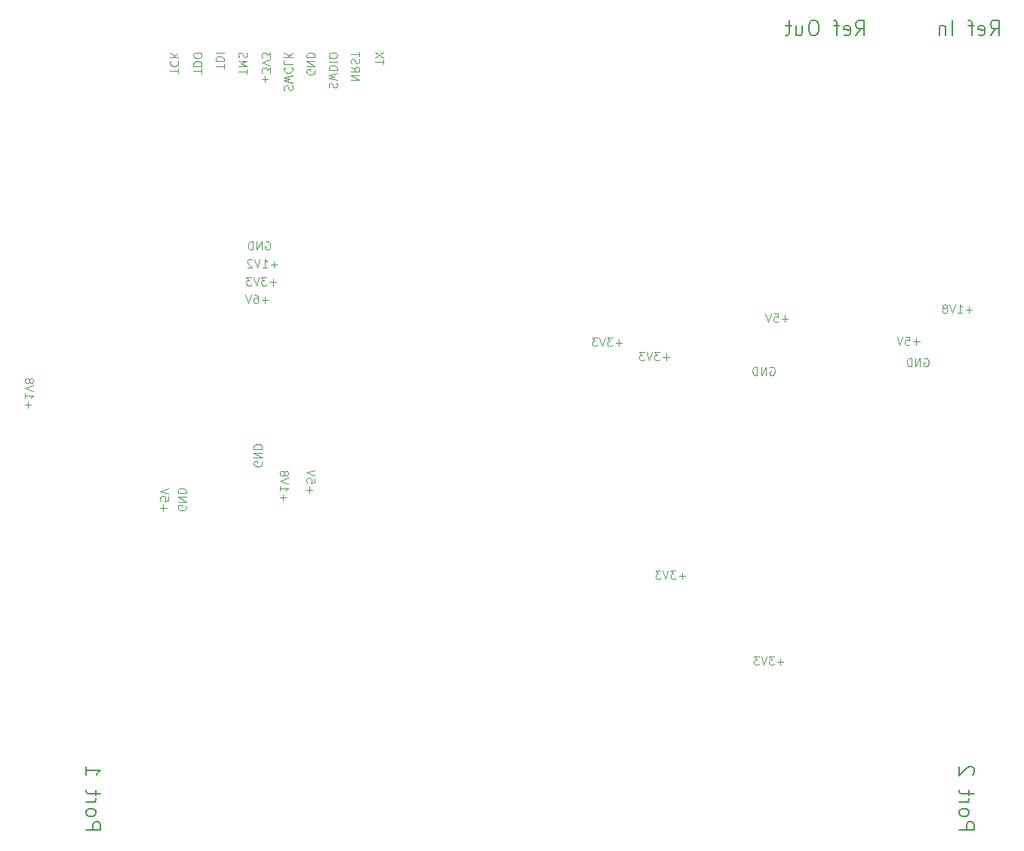
<source format=gbr>
%TF.GenerationSoftware,KiCad,Pcbnew,9.0.0*%
%TF.CreationDate,2025-02-25T23:04:32-05:00*%
%TF.ProjectId,VNA,564e412e-6b69-4636-9164-5f7063625858,rev?*%
%TF.SameCoordinates,PX535a28cPY8422900*%
%TF.FileFunction,Legend,Bot*%
%TF.FilePolarity,Positive*%
%FSLAX46Y46*%
G04 Gerber Fmt 4.6, Leading zero omitted, Abs format (unit mm)*
G04 Created by KiCad (PCBNEW 9.0.0) date 2025-02-25 23:04:32*
%MOMM*%
%LPD*%
G01*
G04 APERTURE LIST*
G04 Aperture macros list*
%AMRoundRect*
0 Rectangle with rounded corners*
0 $1 Rounding radius*
0 $2 $3 $4 $5 $6 $7 $8 $9 X,Y pos of 4 corners*
0 Add a 4 corners polygon primitive as box body*
4,1,4,$2,$3,$4,$5,$6,$7,$8,$9,$2,$3,0*
0 Add four circle primitives for the rounded corners*
1,1,$1+$1,$2,$3*
1,1,$1+$1,$4,$5*
1,1,$1+$1,$6,$7*
1,1,$1+$1,$8,$9*
0 Add four rect primitives between the rounded corners*
20,1,$1+$1,$2,$3,$4,$5,0*
20,1,$1+$1,$4,$5,$6,$7,0*
20,1,$1+$1,$6,$7,$8,$9,0*
20,1,$1+$1,$8,$9,$2,$3,0*%
G04 Aperture macros list end*
%ADD10C,0.081280*%
%ADD11C,0.142240*%
%ADD12C,0.100000*%
%ADD13R,1.700000X1.700000*%
%ADD14O,1.700000X1.700000*%
%ADD15C,0.650000*%
%ADD16O,1.000000X2.100000*%
%ADD17O,1.000000X1.800000*%
%ADD18R,2.286000X5.080000*%
%ADD19C,1.200000*%
%ADD20O,1.308000X2.616000*%
%ADD21R,2.667000X4.191000*%
%ADD22RoundRect,0.635000X0.000010X0.000010X-0.000010X0.000010X-0.000010X-0.000010X0.000010X-0.000010X0*%
%ADD23RoundRect,0.635000X-0.000010X-0.000010X0.000010X-0.000010X0.000010X0.000010X-0.000010X0.000010X0*%
G04 APERTURE END LIST*
D10*
X32623974Y61974703D02*
X31911807Y61974703D01*
X32267890Y61618619D02*
X32267890Y62330787D01*
X31555723Y62553339D02*
X30977087Y62553339D01*
X30977087Y62553339D02*
X31288660Y62197255D01*
X31288660Y62197255D02*
X31155129Y62197255D01*
X31155129Y62197255D02*
X31066108Y62152745D01*
X31066108Y62152745D02*
X31021597Y62108234D01*
X31021597Y62108234D02*
X30977087Y62019213D01*
X30977087Y62019213D02*
X30977087Y61796661D01*
X30977087Y61796661D02*
X31021597Y61707640D01*
X31021597Y61707640D02*
X31066108Y61663129D01*
X31066108Y61663129D02*
X31155129Y61618619D01*
X31155129Y61618619D02*
X31422192Y61618619D01*
X31422192Y61618619D02*
X31511213Y61663129D01*
X31511213Y61663129D02*
X31555723Y61707640D01*
X30710024Y62553339D02*
X30398450Y61618619D01*
X30398450Y61618619D02*
X30086877Y62553339D01*
X29864324Y62553339D02*
X29285688Y62553339D01*
X29285688Y62553339D02*
X29597261Y62197255D01*
X29597261Y62197255D02*
X29463730Y62197255D01*
X29463730Y62197255D02*
X29374709Y62152745D01*
X29374709Y62152745D02*
X29330198Y62108234D01*
X29330198Y62108234D02*
X29285688Y62019213D01*
X29285688Y62019213D02*
X29285688Y61796661D01*
X29285688Y61796661D02*
X29330198Y61707640D01*
X29330198Y61707640D02*
X29374709Y61663129D01*
X29374709Y61663129D02*
X29463730Y61618619D01*
X29463730Y61618619D02*
X29730793Y61618619D01*
X29730793Y61618619D02*
X29819814Y61663129D01*
X29819814Y61663129D02*
X29864324Y61707640D01*
X22508828Y36865641D02*
X22553338Y36776620D01*
X22553338Y36776620D02*
X22553338Y36643089D01*
X22553338Y36643089D02*
X22508828Y36509557D01*
X22508828Y36509557D02*
X22419807Y36420536D01*
X22419807Y36420536D02*
X22330786Y36376026D01*
X22330786Y36376026D02*
X22152744Y36331515D01*
X22152744Y36331515D02*
X22019212Y36331515D01*
X22019212Y36331515D02*
X21841170Y36376026D01*
X21841170Y36376026D02*
X21752149Y36420536D01*
X21752149Y36420536D02*
X21663129Y36509557D01*
X21663129Y36509557D02*
X21618618Y36643089D01*
X21618618Y36643089D02*
X21618618Y36732110D01*
X21618618Y36732110D02*
X21663129Y36865641D01*
X21663129Y36865641D02*
X21707639Y36910152D01*
X21707639Y36910152D02*
X22019212Y36910152D01*
X22019212Y36910152D02*
X22019212Y36732110D01*
X21618618Y37310746D02*
X22553338Y37310746D01*
X22553338Y37310746D02*
X21618618Y37844872D01*
X21618618Y37844872D02*
X22553338Y37844872D01*
X21618618Y38289976D02*
X22553338Y38289976D01*
X22553338Y38289976D02*
X22553338Y38512528D01*
X22553338Y38512528D02*
X22508828Y38646060D01*
X22508828Y38646060D02*
X22419807Y38735081D01*
X22419807Y38735081D02*
X22330786Y38779591D01*
X22330786Y38779591D02*
X22152744Y38824102D01*
X22152744Y38824102D02*
X22019212Y38824102D01*
X22019212Y38824102D02*
X21841170Y38779591D01*
X21841170Y38779591D02*
X21752149Y38735081D01*
X21752149Y38735081D02*
X21663129Y38646060D01*
X21663129Y38646060D02*
X21618618Y38512528D01*
X21618618Y38512528D02*
X21618618Y38289976D01*
X104823974Y55274703D02*
X104111807Y55274703D01*
X104467890Y54918619D02*
X104467890Y55630787D01*
X103221597Y55853339D02*
X103666702Y55853339D01*
X103666702Y55853339D02*
X103711213Y55408234D01*
X103711213Y55408234D02*
X103666702Y55452745D01*
X103666702Y55452745D02*
X103577681Y55497255D01*
X103577681Y55497255D02*
X103355129Y55497255D01*
X103355129Y55497255D02*
X103266108Y55452745D01*
X103266108Y55452745D02*
X103221597Y55408234D01*
X103221597Y55408234D02*
X103177087Y55319213D01*
X103177087Y55319213D02*
X103177087Y55096661D01*
X103177087Y55096661D02*
X103221597Y55007640D01*
X103221597Y55007640D02*
X103266108Y54963129D01*
X103266108Y54963129D02*
X103355129Y54918619D01*
X103355129Y54918619D02*
X103577681Y54918619D01*
X103577681Y54918619D02*
X103666702Y54963129D01*
X103666702Y54963129D02*
X103711213Y55007640D01*
X102910024Y55853339D02*
X102598450Y54918619D01*
X102598450Y54918619D02*
X102286877Y55853339D01*
X36915206Y85810025D02*
X36959716Y85721004D01*
X36959716Y85721004D02*
X36959716Y85587473D01*
X36959716Y85587473D02*
X36915206Y85453941D01*
X36915206Y85453941D02*
X36826185Y85364920D01*
X36826185Y85364920D02*
X36737164Y85320410D01*
X36737164Y85320410D02*
X36559122Y85275899D01*
X36559122Y85275899D02*
X36425590Y85275899D01*
X36425590Y85275899D02*
X36247548Y85320410D01*
X36247548Y85320410D02*
X36158527Y85364920D01*
X36158527Y85364920D02*
X36069507Y85453941D01*
X36069507Y85453941D02*
X36024996Y85587473D01*
X36024996Y85587473D02*
X36024996Y85676494D01*
X36024996Y85676494D02*
X36069507Y85810025D01*
X36069507Y85810025D02*
X36114017Y85854536D01*
X36114017Y85854536D02*
X36425590Y85854536D01*
X36425590Y85854536D02*
X36425590Y85676494D01*
X36024996Y86255130D02*
X36959716Y86255130D01*
X36959716Y86255130D02*
X36024996Y86789256D01*
X36024996Y86789256D02*
X36959716Y86789256D01*
X36024996Y87234360D02*
X36959716Y87234360D01*
X36959716Y87234360D02*
X36959716Y87456912D01*
X36959716Y87456912D02*
X36915206Y87590444D01*
X36915206Y87590444D02*
X36826185Y87679465D01*
X36826185Y87679465D02*
X36737164Y87723975D01*
X36737164Y87723975D02*
X36559122Y87768486D01*
X36559122Y87768486D02*
X36425590Y87768486D01*
X36425590Y87768486D02*
X36247548Y87723975D01*
X36247548Y87723975D02*
X36158527Y87679465D01*
X36158527Y87679465D02*
X36069507Y87590444D01*
X36069507Y87590444D02*
X36024996Y87456912D01*
X36024996Y87456912D02*
X36024996Y87234360D01*
X29359716Y85364919D02*
X29359716Y85899045D01*
X28424996Y85631982D02*
X29359716Y85631982D01*
X28424996Y86210619D02*
X29359716Y86210619D01*
X29359716Y86210619D02*
X28692059Y86522192D01*
X28692059Y86522192D02*
X29359716Y86833766D01*
X29359716Y86833766D02*
X28424996Y86833766D01*
X28469507Y87234359D02*
X28424996Y87367891D01*
X28424996Y87367891D02*
X28424996Y87590443D01*
X28424996Y87590443D02*
X28469507Y87679464D01*
X28469507Y87679464D02*
X28514017Y87723975D01*
X28514017Y87723975D02*
X28603038Y87768485D01*
X28603038Y87768485D02*
X28692059Y87768485D01*
X28692059Y87768485D02*
X28781080Y87723975D01*
X28781080Y87723975D02*
X28825590Y87679464D01*
X28825590Y87679464D02*
X28870101Y87590443D01*
X28870101Y87590443D02*
X28914611Y87412401D01*
X28914611Y87412401D02*
X28959122Y87323380D01*
X28959122Y87323380D02*
X29003632Y87278870D01*
X29003632Y87278870D02*
X29092653Y87234359D01*
X29092653Y87234359D02*
X29181674Y87234359D01*
X29181674Y87234359D02*
X29270695Y87278870D01*
X29270695Y87278870D02*
X29315206Y87323380D01*
X29315206Y87323380D02*
X29359716Y87412401D01*
X29359716Y87412401D02*
X29359716Y87634954D01*
X29359716Y87634954D02*
X29315206Y87768485D01*
X33381080Y37430199D02*
X33381080Y38142366D01*
X33024996Y37786283D02*
X33737164Y37786283D01*
X33024996Y39077086D02*
X33024996Y38542960D01*
X33024996Y38810023D02*
X33959716Y38810023D01*
X33959716Y38810023D02*
X33826185Y38721002D01*
X33826185Y38721002D02*
X33737164Y38631981D01*
X33737164Y38631981D02*
X33692653Y38542960D01*
X33959716Y39344149D02*
X33024996Y39655723D01*
X33024996Y39655723D02*
X33959716Y39967296D01*
X33559122Y40412401D02*
X33603632Y40323380D01*
X33603632Y40323380D02*
X33648143Y40278870D01*
X33648143Y40278870D02*
X33737164Y40234359D01*
X33737164Y40234359D02*
X33781674Y40234359D01*
X33781674Y40234359D02*
X33870695Y40278870D01*
X33870695Y40278870D02*
X33915206Y40323380D01*
X33915206Y40323380D02*
X33959716Y40412401D01*
X33959716Y40412401D02*
X33959716Y40590443D01*
X33959716Y40590443D02*
X33915206Y40679464D01*
X33915206Y40679464D02*
X33870695Y40723975D01*
X33870695Y40723975D02*
X33781674Y40768485D01*
X33781674Y40768485D02*
X33737164Y40768485D01*
X33737164Y40768485D02*
X33648143Y40723975D01*
X33648143Y40723975D02*
X33603632Y40679464D01*
X33603632Y40679464D02*
X33559122Y40590443D01*
X33559122Y40590443D02*
X33559122Y40412401D01*
X33559122Y40412401D02*
X33514611Y40323380D01*
X33514611Y40323380D02*
X33470101Y40278870D01*
X33470101Y40278870D02*
X33381080Y40234359D01*
X33381080Y40234359D02*
X33203038Y40234359D01*
X33203038Y40234359D02*
X33114017Y40278870D01*
X33114017Y40278870D02*
X33069507Y40323380D01*
X33069507Y40323380D02*
X33024996Y40412401D01*
X33024996Y40412401D02*
X33024996Y40590443D01*
X33024996Y40590443D02*
X33069507Y40679464D01*
X33069507Y40679464D02*
X33114017Y40723975D01*
X33114017Y40723975D02*
X33203038Y40768485D01*
X33203038Y40768485D02*
X33381080Y40768485D01*
X33381080Y40768485D02*
X33470101Y40723975D01*
X33470101Y40723975D02*
X33514611Y40679464D01*
X33514611Y40679464D02*
X33559122Y40590443D01*
X32723974Y63974703D02*
X32011807Y63974703D01*
X32367890Y63618619D02*
X32367890Y64330787D01*
X31077087Y63618619D02*
X31611213Y63618619D01*
X31344150Y63618619D02*
X31344150Y64553339D01*
X31344150Y64553339D02*
X31433171Y64419808D01*
X31433171Y64419808D02*
X31522192Y64330787D01*
X31522192Y64330787D02*
X31611213Y64286276D01*
X30810024Y64553339D02*
X30498450Y63618619D01*
X30498450Y63618619D02*
X30186877Y64553339D01*
X29919814Y64464318D02*
X29875303Y64508829D01*
X29875303Y64508829D02*
X29786282Y64553339D01*
X29786282Y64553339D02*
X29563730Y64553339D01*
X29563730Y64553339D02*
X29474709Y64508829D01*
X29474709Y64508829D02*
X29430198Y64464318D01*
X29430198Y64464318D02*
X29385688Y64375297D01*
X29385688Y64375297D02*
X29385688Y64286276D01*
X29385688Y64286276D02*
X29430198Y64152745D01*
X29430198Y64152745D02*
X29964324Y63618619D01*
X29964324Y63618619D02*
X29385688Y63618619D01*
X31015206Y41810025D02*
X31059716Y41721004D01*
X31059716Y41721004D02*
X31059716Y41587473D01*
X31059716Y41587473D02*
X31015206Y41453941D01*
X31015206Y41453941D02*
X30926185Y41364920D01*
X30926185Y41364920D02*
X30837164Y41320410D01*
X30837164Y41320410D02*
X30659122Y41275899D01*
X30659122Y41275899D02*
X30525590Y41275899D01*
X30525590Y41275899D02*
X30347548Y41320410D01*
X30347548Y41320410D02*
X30258527Y41364920D01*
X30258527Y41364920D02*
X30169507Y41453941D01*
X30169507Y41453941D02*
X30124996Y41587473D01*
X30124996Y41587473D02*
X30124996Y41676494D01*
X30124996Y41676494D02*
X30169507Y41810025D01*
X30169507Y41810025D02*
X30214017Y41854536D01*
X30214017Y41854536D02*
X30525590Y41854536D01*
X30525590Y41854536D02*
X30525590Y41676494D01*
X30124996Y42255130D02*
X31059716Y42255130D01*
X31059716Y42255130D02*
X30124996Y42789256D01*
X30124996Y42789256D02*
X31059716Y42789256D01*
X30124996Y43234360D02*
X31059716Y43234360D01*
X31059716Y43234360D02*
X31059716Y43456912D01*
X31059716Y43456912D02*
X31015206Y43590444D01*
X31015206Y43590444D02*
X30926185Y43679465D01*
X30926185Y43679465D02*
X30837164Y43723975D01*
X30837164Y43723975D02*
X30659122Y43768486D01*
X30659122Y43768486D02*
X30525590Y43768486D01*
X30525590Y43768486D02*
X30347548Y43723975D01*
X30347548Y43723975D02*
X30258527Y43679465D01*
X30258527Y43679465D02*
X30169507Y43590444D01*
X30169507Y43590444D02*
X30124996Y43456912D01*
X30124996Y43456912D02*
X30124996Y43234360D01*
X78523974Y28974703D02*
X77811807Y28974703D01*
X78167890Y28618619D02*
X78167890Y29330787D01*
X77455723Y29553339D02*
X76877087Y29553339D01*
X76877087Y29553339D02*
X77188660Y29197255D01*
X77188660Y29197255D02*
X77055129Y29197255D01*
X77055129Y29197255D02*
X76966108Y29152745D01*
X76966108Y29152745D02*
X76921597Y29108234D01*
X76921597Y29108234D02*
X76877087Y29019213D01*
X76877087Y29019213D02*
X76877087Y28796661D01*
X76877087Y28796661D02*
X76921597Y28707640D01*
X76921597Y28707640D02*
X76966108Y28663129D01*
X76966108Y28663129D02*
X77055129Y28618619D01*
X77055129Y28618619D02*
X77322192Y28618619D01*
X77322192Y28618619D02*
X77411213Y28663129D01*
X77411213Y28663129D02*
X77455723Y28707640D01*
X76610024Y29553339D02*
X76298450Y28618619D01*
X76298450Y28618619D02*
X75986877Y29553339D01*
X75764324Y29553339D02*
X75185688Y29553339D01*
X75185688Y29553339D02*
X75497261Y29197255D01*
X75497261Y29197255D02*
X75363730Y29197255D01*
X75363730Y29197255D02*
X75274709Y29152745D01*
X75274709Y29152745D02*
X75230198Y29108234D01*
X75230198Y29108234D02*
X75185688Y29019213D01*
X75185688Y29019213D02*
X75185688Y28796661D01*
X75185688Y28796661D02*
X75230198Y28707640D01*
X75230198Y28707640D02*
X75274709Y28663129D01*
X75274709Y28663129D02*
X75363730Y28618619D01*
X75363730Y28618619D02*
X75630793Y28618619D01*
X75630793Y28618619D02*
X75719814Y28663129D01*
X75719814Y28663129D02*
X75764324Y28707640D01*
D11*
X112782235Y89707583D02*
X113327488Y90486516D01*
X113716955Y89707583D02*
X113716955Y91343343D01*
X113716955Y91343343D02*
X113093808Y91343343D01*
X113093808Y91343343D02*
X112938022Y91265450D01*
X112938022Y91265450D02*
X112860128Y91187556D01*
X112860128Y91187556D02*
X112782235Y91031770D01*
X112782235Y91031770D02*
X112782235Y90798090D01*
X112782235Y90798090D02*
X112860128Y90642303D01*
X112860128Y90642303D02*
X112938022Y90564410D01*
X112938022Y90564410D02*
X113093808Y90486516D01*
X113093808Y90486516D02*
X113716955Y90486516D01*
X111458048Y89785476D02*
X111613835Y89707583D01*
X111613835Y89707583D02*
X111925408Y89707583D01*
X111925408Y89707583D02*
X112081195Y89785476D01*
X112081195Y89785476D02*
X112159088Y89941263D01*
X112159088Y89941263D02*
X112159088Y90564410D01*
X112159088Y90564410D02*
X112081195Y90720196D01*
X112081195Y90720196D02*
X111925408Y90798090D01*
X111925408Y90798090D02*
X111613835Y90798090D01*
X111613835Y90798090D02*
X111458048Y90720196D01*
X111458048Y90720196D02*
X111380155Y90564410D01*
X111380155Y90564410D02*
X111380155Y90408623D01*
X111380155Y90408623D02*
X112159088Y90252836D01*
X110912795Y90798090D02*
X110289648Y90798090D01*
X110679115Y89707583D02*
X110679115Y91109663D01*
X110679115Y91109663D02*
X110601222Y91265450D01*
X110601222Y91265450D02*
X110445435Y91343343D01*
X110445435Y91343343D02*
X110289648Y91343343D01*
X108498102Y89707583D02*
X108498102Y91343343D01*
X107719169Y90798090D02*
X107719169Y89707583D01*
X107719169Y90642303D02*
X107641276Y90720196D01*
X107641276Y90720196D02*
X107485489Y90798090D01*
X107485489Y90798090D02*
X107251809Y90798090D01*
X107251809Y90798090D02*
X107096022Y90720196D01*
X107096022Y90720196D02*
X107018129Y90564410D01*
X107018129Y90564410D02*
X107018129Y89707583D01*
D10*
X33569507Y83539990D02*
X33524996Y83673522D01*
X33524996Y83673522D02*
X33524996Y83896074D01*
X33524996Y83896074D02*
X33569507Y83985095D01*
X33569507Y83985095D02*
X33614017Y84029606D01*
X33614017Y84029606D02*
X33703038Y84074116D01*
X33703038Y84074116D02*
X33792059Y84074116D01*
X33792059Y84074116D02*
X33881080Y84029606D01*
X33881080Y84029606D02*
X33925590Y83985095D01*
X33925590Y83985095D02*
X33970101Y83896074D01*
X33970101Y83896074D02*
X34014611Y83718032D01*
X34014611Y83718032D02*
X34059122Y83629011D01*
X34059122Y83629011D02*
X34103632Y83584501D01*
X34103632Y83584501D02*
X34192653Y83539990D01*
X34192653Y83539990D02*
X34281674Y83539990D01*
X34281674Y83539990D02*
X34370695Y83584501D01*
X34370695Y83584501D02*
X34415206Y83629011D01*
X34415206Y83629011D02*
X34459716Y83718032D01*
X34459716Y83718032D02*
X34459716Y83940585D01*
X34459716Y83940585D02*
X34415206Y84074116D01*
X34459716Y84385690D02*
X33524996Y84608242D01*
X33524996Y84608242D02*
X34192653Y84786284D01*
X34192653Y84786284D02*
X33524996Y84964326D01*
X33524996Y84964326D02*
X34459716Y85186878D01*
X33614017Y86077088D02*
X33569507Y86032577D01*
X33569507Y86032577D02*
X33524996Y85899046D01*
X33524996Y85899046D02*
X33524996Y85810025D01*
X33524996Y85810025D02*
X33569507Y85676493D01*
X33569507Y85676493D02*
X33658527Y85587472D01*
X33658527Y85587472D02*
X33747548Y85542962D01*
X33747548Y85542962D02*
X33925590Y85498451D01*
X33925590Y85498451D02*
X34059122Y85498451D01*
X34059122Y85498451D02*
X34237164Y85542962D01*
X34237164Y85542962D02*
X34326185Y85587472D01*
X34326185Y85587472D02*
X34415206Y85676493D01*
X34415206Y85676493D02*
X34459716Y85810025D01*
X34459716Y85810025D02*
X34459716Y85899046D01*
X34459716Y85899046D02*
X34415206Y86032577D01*
X34415206Y86032577D02*
X34370695Y86077088D01*
X33524996Y86922787D02*
X33524996Y86477682D01*
X33524996Y86477682D02*
X34459716Y86477682D01*
X33524996Y87234360D02*
X34459716Y87234360D01*
X33524996Y87768486D02*
X34059122Y87367891D01*
X34459716Y87768486D02*
X33925590Y87234360D01*
X31434359Y66508829D02*
X31523380Y66553339D01*
X31523380Y66553339D02*
X31656911Y66553339D01*
X31656911Y66553339D02*
X31790443Y66508829D01*
X31790443Y66508829D02*
X31879464Y66419808D01*
X31879464Y66419808D02*
X31923974Y66330787D01*
X31923974Y66330787D02*
X31968485Y66152745D01*
X31968485Y66152745D02*
X31968485Y66019213D01*
X31968485Y66019213D02*
X31923974Y65841171D01*
X31923974Y65841171D02*
X31879464Y65752150D01*
X31879464Y65752150D02*
X31790443Y65663129D01*
X31790443Y65663129D02*
X31656911Y65618619D01*
X31656911Y65618619D02*
X31567890Y65618619D01*
X31567890Y65618619D02*
X31434359Y65663129D01*
X31434359Y65663129D02*
X31389848Y65707640D01*
X31389848Y65707640D02*
X31389848Y66019213D01*
X31389848Y66019213D02*
X31567890Y66019213D01*
X30989254Y65618619D02*
X30989254Y66553339D01*
X30989254Y66553339D02*
X30455128Y65618619D01*
X30455128Y65618619D02*
X30455128Y66553339D01*
X30010024Y65618619D02*
X30010024Y66553339D01*
X30010024Y66553339D02*
X29787472Y66553339D01*
X29787472Y66553339D02*
X29653940Y66508829D01*
X29653940Y66508829D02*
X29564919Y66419808D01*
X29564919Y66419808D02*
X29520409Y66330787D01*
X29520409Y66330787D02*
X29475898Y66152745D01*
X29475898Y66152745D02*
X29475898Y66019213D01*
X29475898Y66019213D02*
X29520409Y65841171D01*
X29520409Y65841171D02*
X29564919Y65752150D01*
X29564919Y65752150D02*
X29653940Y65663129D01*
X29653940Y65663129D02*
X29787472Y65618619D01*
X29787472Y65618619D02*
X30010024Y65618619D01*
X38569507Y83807053D02*
X38524996Y83940585D01*
X38524996Y83940585D02*
X38524996Y84163137D01*
X38524996Y84163137D02*
X38569507Y84252158D01*
X38569507Y84252158D02*
X38614017Y84296669D01*
X38614017Y84296669D02*
X38703038Y84341179D01*
X38703038Y84341179D02*
X38792059Y84341179D01*
X38792059Y84341179D02*
X38881080Y84296669D01*
X38881080Y84296669D02*
X38925590Y84252158D01*
X38925590Y84252158D02*
X38970101Y84163137D01*
X38970101Y84163137D02*
X39014611Y83985095D01*
X39014611Y83985095D02*
X39059122Y83896074D01*
X39059122Y83896074D02*
X39103632Y83851564D01*
X39103632Y83851564D02*
X39192653Y83807053D01*
X39192653Y83807053D02*
X39281674Y83807053D01*
X39281674Y83807053D02*
X39370695Y83851564D01*
X39370695Y83851564D02*
X39415206Y83896074D01*
X39415206Y83896074D02*
X39459716Y83985095D01*
X39459716Y83985095D02*
X39459716Y84207648D01*
X39459716Y84207648D02*
X39415206Y84341179D01*
X39459716Y84652753D02*
X38524996Y84875305D01*
X38524996Y84875305D02*
X39192653Y85053347D01*
X39192653Y85053347D02*
X38524996Y85231389D01*
X38524996Y85231389D02*
X39459716Y85453941D01*
X38524996Y85810025D02*
X39459716Y85810025D01*
X39459716Y85810025D02*
X39459716Y86032577D01*
X39459716Y86032577D02*
X39415206Y86166109D01*
X39415206Y86166109D02*
X39326185Y86255130D01*
X39326185Y86255130D02*
X39237164Y86299640D01*
X39237164Y86299640D02*
X39059122Y86344151D01*
X39059122Y86344151D02*
X38925590Y86344151D01*
X38925590Y86344151D02*
X38747548Y86299640D01*
X38747548Y86299640D02*
X38658527Y86255130D01*
X38658527Y86255130D02*
X38569507Y86166109D01*
X38569507Y86166109D02*
X38524996Y86032577D01*
X38524996Y86032577D02*
X38524996Y85810025D01*
X38524996Y86744745D02*
X39459716Y86744745D01*
X39459716Y87367892D02*
X39459716Y87545934D01*
X39459716Y87545934D02*
X39415206Y87634955D01*
X39415206Y87634955D02*
X39326185Y87723976D01*
X39326185Y87723976D02*
X39148143Y87768486D01*
X39148143Y87768486D02*
X38836569Y87768486D01*
X38836569Y87768486D02*
X38658527Y87723976D01*
X38658527Y87723976D02*
X38569507Y87634955D01*
X38569507Y87634955D02*
X38524996Y87545934D01*
X38524996Y87545934D02*
X38524996Y87367892D01*
X38524996Y87367892D02*
X38569507Y87278871D01*
X38569507Y87278871D02*
X38658527Y87189850D01*
X38658527Y87189850D02*
X38836569Y87145339D01*
X38836569Y87145339D02*
X39148143Y87145339D01*
X39148143Y87145339D02*
X39326185Y87189850D01*
X39326185Y87189850D02*
X39415206Y87278871D01*
X39415206Y87278871D02*
X39459716Y87367892D01*
X44659716Y86433170D02*
X44659716Y86967296D01*
X43724996Y86700233D02*
X44659716Y86700233D01*
X44659716Y87189849D02*
X43724996Y87812996D01*
X44659716Y87812996D02*
X43724996Y87189849D01*
D11*
X97682235Y89707583D02*
X98227488Y90486516D01*
X98616955Y89707583D02*
X98616955Y91343343D01*
X98616955Y91343343D02*
X97993808Y91343343D01*
X97993808Y91343343D02*
X97838022Y91265450D01*
X97838022Y91265450D02*
X97760128Y91187556D01*
X97760128Y91187556D02*
X97682235Y91031770D01*
X97682235Y91031770D02*
X97682235Y90798090D01*
X97682235Y90798090D02*
X97760128Y90642303D01*
X97760128Y90642303D02*
X97838022Y90564410D01*
X97838022Y90564410D02*
X97993808Y90486516D01*
X97993808Y90486516D02*
X98616955Y90486516D01*
X96358048Y89785476D02*
X96513835Y89707583D01*
X96513835Y89707583D02*
X96825408Y89707583D01*
X96825408Y89707583D02*
X96981195Y89785476D01*
X96981195Y89785476D02*
X97059088Y89941263D01*
X97059088Y89941263D02*
X97059088Y90564410D01*
X97059088Y90564410D02*
X96981195Y90720196D01*
X96981195Y90720196D02*
X96825408Y90798090D01*
X96825408Y90798090D02*
X96513835Y90798090D01*
X96513835Y90798090D02*
X96358048Y90720196D01*
X96358048Y90720196D02*
X96280155Y90564410D01*
X96280155Y90564410D02*
X96280155Y90408623D01*
X96280155Y90408623D02*
X97059088Y90252836D01*
X95812795Y90798090D02*
X95189648Y90798090D01*
X95579115Y89707583D02*
X95579115Y91109663D01*
X95579115Y91109663D02*
X95501222Y91265450D01*
X95501222Y91265450D02*
X95345435Y91343343D01*
X95345435Y91343343D02*
X95189648Y91343343D01*
X93086529Y91343343D02*
X92774955Y91343343D01*
X92774955Y91343343D02*
X92619169Y91265450D01*
X92619169Y91265450D02*
X92463382Y91109663D01*
X92463382Y91109663D02*
X92385489Y90798090D01*
X92385489Y90798090D02*
X92385489Y90252836D01*
X92385489Y90252836D02*
X92463382Y89941263D01*
X92463382Y89941263D02*
X92619169Y89785476D01*
X92619169Y89785476D02*
X92774955Y89707583D01*
X92774955Y89707583D02*
X93086529Y89707583D01*
X93086529Y89707583D02*
X93242315Y89785476D01*
X93242315Y89785476D02*
X93398102Y89941263D01*
X93398102Y89941263D02*
X93475995Y90252836D01*
X93475995Y90252836D02*
X93475995Y90798090D01*
X93475995Y90798090D02*
X93398102Y91109663D01*
X93398102Y91109663D02*
X93242315Y91265450D01*
X93242315Y91265450D02*
X93086529Y91343343D01*
X90983409Y90798090D02*
X90983409Y89707583D01*
X91684449Y90798090D02*
X91684449Y89941263D01*
X91684449Y89941263D02*
X91606556Y89785476D01*
X91606556Y89785476D02*
X91450769Y89707583D01*
X91450769Y89707583D02*
X91217089Y89707583D01*
X91217089Y89707583D02*
X91061302Y89785476D01*
X91061302Y89785476D02*
X90983409Y89863370D01*
X90438156Y90798090D02*
X89815009Y90798090D01*
X90204476Y91343343D02*
X90204476Y89941263D01*
X90204476Y89941263D02*
X90126583Y89785476D01*
X90126583Y89785476D02*
X89970796Y89707583D01*
X89970796Y89707583D02*
X89815009Y89707583D01*
D10*
X41024996Y84652752D02*
X41959716Y84652752D01*
X41959716Y84652752D02*
X41024996Y85186878D01*
X41024996Y85186878D02*
X41959716Y85186878D01*
X41024996Y86166108D02*
X41470101Y85854534D01*
X41024996Y85631982D02*
X41959716Y85631982D01*
X41959716Y85631982D02*
X41959716Y85988066D01*
X41959716Y85988066D02*
X41915206Y86077087D01*
X41915206Y86077087D02*
X41870695Y86121597D01*
X41870695Y86121597D02*
X41781674Y86166108D01*
X41781674Y86166108D02*
X41648143Y86166108D01*
X41648143Y86166108D02*
X41559122Y86121597D01*
X41559122Y86121597D02*
X41514611Y86077087D01*
X41514611Y86077087D02*
X41470101Y85988066D01*
X41470101Y85988066D02*
X41470101Y85631982D01*
X41069507Y86522191D02*
X41024996Y86655723D01*
X41024996Y86655723D02*
X41024996Y86878275D01*
X41024996Y86878275D02*
X41069507Y86967296D01*
X41069507Y86967296D02*
X41114017Y87011807D01*
X41114017Y87011807D02*
X41203038Y87056317D01*
X41203038Y87056317D02*
X41292059Y87056317D01*
X41292059Y87056317D02*
X41381080Y87011807D01*
X41381080Y87011807D02*
X41425590Y86967296D01*
X41425590Y86967296D02*
X41470101Y86878275D01*
X41470101Y86878275D02*
X41514611Y86700233D01*
X41514611Y86700233D02*
X41559122Y86611212D01*
X41559122Y86611212D02*
X41603632Y86566702D01*
X41603632Y86566702D02*
X41692653Y86522191D01*
X41692653Y86522191D02*
X41781674Y86522191D01*
X41781674Y86522191D02*
X41870695Y86566702D01*
X41870695Y86566702D02*
X41915206Y86611212D01*
X41915206Y86611212D02*
X41959716Y86700233D01*
X41959716Y86700233D02*
X41959716Y86922786D01*
X41959716Y86922786D02*
X41915206Y87056317D01*
X41959716Y87323380D02*
X41959716Y87857506D01*
X41024996Y87590443D02*
X41959716Y87590443D01*
X21659716Y85453940D02*
X21659716Y85988066D01*
X20724996Y85721003D02*
X21659716Y85721003D01*
X20814017Y86833766D02*
X20769507Y86789255D01*
X20769507Y86789255D02*
X20724996Y86655724D01*
X20724996Y86655724D02*
X20724996Y86566703D01*
X20724996Y86566703D02*
X20769507Y86433171D01*
X20769507Y86433171D02*
X20858527Y86344150D01*
X20858527Y86344150D02*
X20947548Y86299640D01*
X20947548Y86299640D02*
X21125590Y86255129D01*
X21125590Y86255129D02*
X21259122Y86255129D01*
X21259122Y86255129D02*
X21437164Y86299640D01*
X21437164Y86299640D02*
X21526185Y86344150D01*
X21526185Y86344150D02*
X21615206Y86433171D01*
X21615206Y86433171D02*
X21659716Y86566703D01*
X21659716Y86566703D02*
X21659716Y86655724D01*
X21659716Y86655724D02*
X21615206Y86789255D01*
X21615206Y86789255D02*
X21570695Y86833766D01*
X20724996Y87234360D02*
X21659716Y87234360D01*
X20724996Y87768486D02*
X21259122Y87367891D01*
X21659716Y87768486D02*
X21125590Y87234360D01*
X110723974Y58874703D02*
X110011807Y58874703D01*
X110367890Y58518619D02*
X110367890Y59230787D01*
X109077087Y58518619D02*
X109611213Y58518619D01*
X109344150Y58518619D02*
X109344150Y59453339D01*
X109344150Y59453339D02*
X109433171Y59319808D01*
X109433171Y59319808D02*
X109522192Y59230787D01*
X109522192Y59230787D02*
X109611213Y59186276D01*
X108810024Y59453339D02*
X108498450Y58518619D01*
X108498450Y58518619D02*
X108186877Y59453339D01*
X107741772Y59052745D02*
X107830793Y59097255D01*
X107830793Y59097255D02*
X107875303Y59141766D01*
X107875303Y59141766D02*
X107919814Y59230787D01*
X107919814Y59230787D02*
X107919814Y59275297D01*
X107919814Y59275297D02*
X107875303Y59364318D01*
X107875303Y59364318D02*
X107830793Y59408829D01*
X107830793Y59408829D02*
X107741772Y59453339D01*
X107741772Y59453339D02*
X107563730Y59453339D01*
X107563730Y59453339D02*
X107474709Y59408829D01*
X107474709Y59408829D02*
X107430198Y59364318D01*
X107430198Y59364318D02*
X107385688Y59275297D01*
X107385688Y59275297D02*
X107385688Y59230787D01*
X107385688Y59230787D02*
X107430198Y59141766D01*
X107430198Y59141766D02*
X107474709Y59097255D01*
X107474709Y59097255D02*
X107563730Y59052745D01*
X107563730Y59052745D02*
X107741772Y59052745D01*
X107741772Y59052745D02*
X107830793Y59008234D01*
X107830793Y59008234D02*
X107875303Y58963724D01*
X107875303Y58963724D02*
X107919814Y58874703D01*
X107919814Y58874703D02*
X107919814Y58696661D01*
X107919814Y58696661D02*
X107875303Y58607640D01*
X107875303Y58607640D02*
X107830793Y58563129D01*
X107830793Y58563129D02*
X107741772Y58518619D01*
X107741772Y58518619D02*
X107563730Y58518619D01*
X107563730Y58518619D02*
X107474709Y58563129D01*
X107474709Y58563129D02*
X107430198Y58607640D01*
X107430198Y58607640D02*
X107385688Y58696661D01*
X107385688Y58696661D02*
X107385688Y58874703D01*
X107385688Y58874703D02*
X107430198Y58963724D01*
X107430198Y58963724D02*
X107474709Y59008234D01*
X107474709Y59008234D02*
X107563730Y59052745D01*
D11*
X11293743Y428663D02*
X12929503Y428663D01*
X12929503Y428663D02*
X12929503Y1051810D01*
X12929503Y1051810D02*
X12851610Y1207596D01*
X12851610Y1207596D02*
X12773717Y1285490D01*
X12773717Y1285490D02*
X12617930Y1363383D01*
X12617930Y1363383D02*
X12384250Y1363383D01*
X12384250Y1363383D02*
X12228463Y1285490D01*
X12228463Y1285490D02*
X12150570Y1207596D01*
X12150570Y1207596D02*
X12072677Y1051810D01*
X12072677Y1051810D02*
X12072677Y428663D01*
X11293743Y2298103D02*
X11371637Y2142316D01*
X11371637Y2142316D02*
X11449530Y2064423D01*
X11449530Y2064423D02*
X11605317Y1986530D01*
X11605317Y1986530D02*
X12072677Y1986530D01*
X12072677Y1986530D02*
X12228463Y2064423D01*
X12228463Y2064423D02*
X12306357Y2142316D01*
X12306357Y2142316D02*
X12384250Y2298103D01*
X12384250Y2298103D02*
X12384250Y2531783D01*
X12384250Y2531783D02*
X12306357Y2687570D01*
X12306357Y2687570D02*
X12228463Y2765463D01*
X12228463Y2765463D02*
X12072677Y2843356D01*
X12072677Y2843356D02*
X11605317Y2843356D01*
X11605317Y2843356D02*
X11449530Y2765463D01*
X11449530Y2765463D02*
X11371637Y2687570D01*
X11371637Y2687570D02*
X11293743Y2531783D01*
X11293743Y2531783D02*
X11293743Y2298103D01*
X11293743Y3544396D02*
X12384250Y3544396D01*
X12072677Y3544396D02*
X12228463Y3622289D01*
X12228463Y3622289D02*
X12306357Y3700183D01*
X12306357Y3700183D02*
X12384250Y3855969D01*
X12384250Y3855969D02*
X12384250Y4011756D01*
X12384250Y4323329D02*
X12384250Y4946476D01*
X12929503Y4557009D02*
X11527423Y4557009D01*
X11527423Y4557009D02*
X11371637Y4634902D01*
X11371637Y4634902D02*
X11293743Y4790689D01*
X11293743Y4790689D02*
X11293743Y4946476D01*
X11293743Y7594849D02*
X11293743Y6660129D01*
X11293743Y7127489D02*
X12929503Y7127489D01*
X12929503Y7127489D02*
X12695823Y6971702D01*
X12695823Y6971702D02*
X12540037Y6815915D01*
X12540037Y6815915D02*
X12462143Y6660129D01*
D10*
X76723974Y53574703D02*
X76011807Y53574703D01*
X76367890Y53218619D02*
X76367890Y53930787D01*
X75655723Y54153339D02*
X75077087Y54153339D01*
X75077087Y54153339D02*
X75388660Y53797255D01*
X75388660Y53797255D02*
X75255129Y53797255D01*
X75255129Y53797255D02*
X75166108Y53752745D01*
X75166108Y53752745D02*
X75121597Y53708234D01*
X75121597Y53708234D02*
X75077087Y53619213D01*
X75077087Y53619213D02*
X75077087Y53396661D01*
X75077087Y53396661D02*
X75121597Y53307640D01*
X75121597Y53307640D02*
X75166108Y53263129D01*
X75166108Y53263129D02*
X75255129Y53218619D01*
X75255129Y53218619D02*
X75522192Y53218619D01*
X75522192Y53218619D02*
X75611213Y53263129D01*
X75611213Y53263129D02*
X75655723Y53307640D01*
X74810024Y54153339D02*
X74498450Y53218619D01*
X74498450Y53218619D02*
X74186877Y54153339D01*
X73964324Y54153339D02*
X73385688Y54153339D01*
X73385688Y54153339D02*
X73697261Y53797255D01*
X73697261Y53797255D02*
X73563730Y53797255D01*
X73563730Y53797255D02*
X73474709Y53752745D01*
X73474709Y53752745D02*
X73430198Y53708234D01*
X73430198Y53708234D02*
X73385688Y53619213D01*
X73385688Y53619213D02*
X73385688Y53396661D01*
X73385688Y53396661D02*
X73430198Y53307640D01*
X73430198Y53307640D02*
X73474709Y53263129D01*
X73474709Y53263129D02*
X73563730Y53218619D01*
X73563730Y53218619D02*
X73830793Y53218619D01*
X73830793Y53218619D02*
X73919814Y53263129D01*
X73919814Y53263129D02*
X73964324Y53307640D01*
X90079591Y57881081D02*
X89367424Y57881081D01*
X89723507Y57524997D02*
X89723507Y58237165D01*
X88477214Y58459717D02*
X88922319Y58459717D01*
X88922319Y58459717D02*
X88966830Y58014612D01*
X88966830Y58014612D02*
X88922319Y58059123D01*
X88922319Y58059123D02*
X88833298Y58103633D01*
X88833298Y58103633D02*
X88610746Y58103633D01*
X88610746Y58103633D02*
X88521725Y58059123D01*
X88521725Y58059123D02*
X88477214Y58014612D01*
X88477214Y58014612D02*
X88432704Y57925591D01*
X88432704Y57925591D02*
X88432704Y57703039D01*
X88432704Y57703039D02*
X88477214Y57614018D01*
X88477214Y57614018D02*
X88521725Y57569507D01*
X88521725Y57569507D02*
X88610746Y57524997D01*
X88610746Y57524997D02*
X88833298Y57524997D01*
X88833298Y57524997D02*
X88922319Y57569507D01*
X88922319Y57569507D02*
X88966830Y57614018D01*
X88165641Y58459717D02*
X87854067Y57524997D01*
X87854067Y57524997D02*
X87542494Y58459717D01*
X71423974Y55174703D02*
X70711807Y55174703D01*
X71067890Y54818619D02*
X71067890Y55530787D01*
X70355723Y55753339D02*
X69777087Y55753339D01*
X69777087Y55753339D02*
X70088660Y55397255D01*
X70088660Y55397255D02*
X69955129Y55397255D01*
X69955129Y55397255D02*
X69866108Y55352745D01*
X69866108Y55352745D02*
X69821597Y55308234D01*
X69821597Y55308234D02*
X69777087Y55219213D01*
X69777087Y55219213D02*
X69777087Y54996661D01*
X69777087Y54996661D02*
X69821597Y54907640D01*
X69821597Y54907640D02*
X69866108Y54863129D01*
X69866108Y54863129D02*
X69955129Y54818619D01*
X69955129Y54818619D02*
X70222192Y54818619D01*
X70222192Y54818619D02*
X70311213Y54863129D01*
X70311213Y54863129D02*
X70355723Y54907640D01*
X69510024Y55753339D02*
X69198450Y54818619D01*
X69198450Y54818619D02*
X68886877Y55753339D01*
X68664324Y55753339D02*
X68085688Y55753339D01*
X68085688Y55753339D02*
X68397261Y55397255D01*
X68397261Y55397255D02*
X68263730Y55397255D01*
X68263730Y55397255D02*
X68174709Y55352745D01*
X68174709Y55352745D02*
X68130198Y55308234D01*
X68130198Y55308234D02*
X68085688Y55219213D01*
X68085688Y55219213D02*
X68085688Y54996661D01*
X68085688Y54996661D02*
X68130198Y54907640D01*
X68130198Y54907640D02*
X68174709Y54863129D01*
X68174709Y54863129D02*
X68263730Y54818619D01*
X68263730Y54818619D02*
X68530793Y54818619D01*
X68530793Y54818619D02*
X68619814Y54863129D01*
X68619814Y54863129D02*
X68664324Y54907640D01*
X31723974Y59974703D02*
X31011807Y59974703D01*
X31367890Y59618619D02*
X31367890Y60330787D01*
X30166108Y60553339D02*
X30344150Y60553339D01*
X30344150Y60553339D02*
X30433171Y60508829D01*
X30433171Y60508829D02*
X30477681Y60464318D01*
X30477681Y60464318D02*
X30566702Y60330787D01*
X30566702Y60330787D02*
X30611213Y60152745D01*
X30611213Y60152745D02*
X30611213Y59796661D01*
X30611213Y59796661D02*
X30566702Y59707640D01*
X30566702Y59707640D02*
X30522192Y59663129D01*
X30522192Y59663129D02*
X30433171Y59618619D01*
X30433171Y59618619D02*
X30255129Y59618619D01*
X30255129Y59618619D02*
X30166108Y59663129D01*
X30166108Y59663129D02*
X30121597Y59707640D01*
X30121597Y59707640D02*
X30077087Y59796661D01*
X30077087Y59796661D02*
X30077087Y60019213D01*
X30077087Y60019213D02*
X30121597Y60108234D01*
X30121597Y60108234D02*
X30166108Y60152745D01*
X30166108Y60152745D02*
X30255129Y60197255D01*
X30255129Y60197255D02*
X30433171Y60197255D01*
X30433171Y60197255D02*
X30522192Y60152745D01*
X30522192Y60152745D02*
X30566702Y60108234D01*
X30566702Y60108234D02*
X30611213Y60019213D01*
X29810024Y60553339D02*
X29498450Y59618619D01*
X29498450Y59618619D02*
X29186877Y60553339D01*
X26759716Y85943555D02*
X26759716Y86477681D01*
X25824996Y86210618D02*
X26759716Y86210618D01*
X25824996Y86789255D02*
X26759716Y86789255D01*
X26759716Y86789255D02*
X26759716Y87011807D01*
X26759716Y87011807D02*
X26715206Y87145339D01*
X26715206Y87145339D02*
X26626185Y87234360D01*
X26626185Y87234360D02*
X26537164Y87278870D01*
X26537164Y87278870D02*
X26359122Y87323381D01*
X26359122Y87323381D02*
X26225590Y87323381D01*
X26225590Y87323381D02*
X26047548Y87278870D01*
X26047548Y87278870D02*
X25958527Y87234360D01*
X25958527Y87234360D02*
X25869507Y87145339D01*
X25869507Y87145339D02*
X25824996Y87011807D01*
X25824996Y87011807D02*
X25824996Y86789255D01*
X25824996Y87723975D02*
X26759716Y87723975D01*
X31381080Y84430199D02*
X31381080Y85142366D01*
X31024996Y84786283D02*
X31737164Y84786283D01*
X31959716Y85498450D02*
X31959716Y86077086D01*
X31959716Y86077086D02*
X31603632Y85765513D01*
X31603632Y85765513D02*
X31603632Y85899044D01*
X31603632Y85899044D02*
X31559122Y85988065D01*
X31559122Y85988065D02*
X31514611Y86032576D01*
X31514611Y86032576D02*
X31425590Y86077086D01*
X31425590Y86077086D02*
X31203038Y86077086D01*
X31203038Y86077086D02*
X31114017Y86032576D01*
X31114017Y86032576D02*
X31069507Y85988065D01*
X31069507Y85988065D02*
X31024996Y85899044D01*
X31024996Y85899044D02*
X31024996Y85631981D01*
X31024996Y85631981D02*
X31069507Y85542960D01*
X31069507Y85542960D02*
X31114017Y85498450D01*
X31959716Y86344149D02*
X31024996Y86655723D01*
X31024996Y86655723D02*
X31959716Y86967296D01*
X31959716Y87189849D02*
X31959716Y87768485D01*
X31959716Y87768485D02*
X31603632Y87456912D01*
X31603632Y87456912D02*
X31603632Y87590443D01*
X31603632Y87590443D02*
X31559122Y87679464D01*
X31559122Y87679464D02*
X31514611Y87723975D01*
X31514611Y87723975D02*
X31425590Y87768485D01*
X31425590Y87768485D02*
X31203038Y87768485D01*
X31203038Y87768485D02*
X31114017Y87723975D01*
X31114017Y87723975D02*
X31069507Y87679464D01*
X31069507Y87679464D02*
X31024996Y87590443D01*
X31024996Y87590443D02*
X31024996Y87323380D01*
X31024996Y87323380D02*
X31069507Y87234359D01*
X31069507Y87234359D02*
X31114017Y87189849D01*
X24259716Y85409430D02*
X24259716Y85943556D01*
X23324996Y85676493D02*
X24259716Y85676493D01*
X23324996Y86255130D02*
X24259716Y86255130D01*
X24259716Y86255130D02*
X24259716Y86477682D01*
X24259716Y86477682D02*
X24215206Y86611214D01*
X24215206Y86611214D02*
X24126185Y86700235D01*
X24126185Y86700235D02*
X24037164Y86744745D01*
X24037164Y86744745D02*
X23859122Y86789256D01*
X23859122Y86789256D02*
X23725590Y86789256D01*
X23725590Y86789256D02*
X23547548Y86744745D01*
X23547548Y86744745D02*
X23458527Y86700235D01*
X23458527Y86700235D02*
X23369507Y86611214D01*
X23369507Y86611214D02*
X23324996Y86477682D01*
X23324996Y86477682D02*
X23324996Y86255130D01*
X24259716Y87367892D02*
X24259716Y87545934D01*
X24259716Y87545934D02*
X24215206Y87634955D01*
X24215206Y87634955D02*
X24126185Y87723976D01*
X24126185Y87723976D02*
X23948143Y87768486D01*
X23948143Y87768486D02*
X23636569Y87768486D01*
X23636569Y87768486D02*
X23458527Y87723976D01*
X23458527Y87723976D02*
X23369507Y87634955D01*
X23369507Y87634955D02*
X23324996Y87545934D01*
X23324996Y87545934D02*
X23324996Y87367892D01*
X23324996Y87367892D02*
X23369507Y87278871D01*
X23369507Y87278871D02*
X23458527Y87189850D01*
X23458527Y87189850D02*
X23636569Y87145339D01*
X23636569Y87145339D02*
X23948143Y87145339D01*
X23948143Y87145339D02*
X24126185Y87189850D01*
X24126185Y87189850D02*
X24215206Y87278871D01*
X24215206Y87278871D02*
X24259716Y87367892D01*
X19974702Y36276026D02*
X19974702Y36988193D01*
X19618618Y36632110D02*
X20330786Y36632110D01*
X20553338Y37878403D02*
X20553338Y37433298D01*
X20553338Y37433298D02*
X20108233Y37388787D01*
X20108233Y37388787D02*
X20152744Y37433298D01*
X20152744Y37433298D02*
X20197254Y37522319D01*
X20197254Y37522319D02*
X20197254Y37744871D01*
X20197254Y37744871D02*
X20152744Y37833892D01*
X20152744Y37833892D02*
X20108233Y37878403D01*
X20108233Y37878403D02*
X20019212Y37922913D01*
X20019212Y37922913D02*
X19796660Y37922913D01*
X19796660Y37922913D02*
X19707639Y37878403D01*
X19707639Y37878403D02*
X19663129Y37833892D01*
X19663129Y37833892D02*
X19618618Y37744871D01*
X19618618Y37744871D02*
X19618618Y37522319D01*
X19618618Y37522319D02*
X19663129Y37433298D01*
X19663129Y37433298D02*
X19707639Y37388787D01*
X20553338Y38189976D02*
X19618618Y38501550D01*
X19618618Y38501550D02*
X20553338Y38813123D01*
X89573974Y19349703D02*
X88861807Y19349703D01*
X89217890Y18993619D02*
X89217890Y19705787D01*
X88505723Y19928339D02*
X87927087Y19928339D01*
X87927087Y19928339D02*
X88238660Y19572255D01*
X88238660Y19572255D02*
X88105129Y19572255D01*
X88105129Y19572255D02*
X88016108Y19527745D01*
X88016108Y19527745D02*
X87971597Y19483234D01*
X87971597Y19483234D02*
X87927087Y19394213D01*
X87927087Y19394213D02*
X87927087Y19171661D01*
X87927087Y19171661D02*
X87971597Y19082640D01*
X87971597Y19082640D02*
X88016108Y19038129D01*
X88016108Y19038129D02*
X88105129Y18993619D01*
X88105129Y18993619D02*
X88372192Y18993619D01*
X88372192Y18993619D02*
X88461213Y19038129D01*
X88461213Y19038129D02*
X88505723Y19082640D01*
X87660024Y19928339D02*
X87348450Y18993619D01*
X87348450Y18993619D02*
X87036877Y19928339D01*
X86814324Y19928339D02*
X86235688Y19928339D01*
X86235688Y19928339D02*
X86547261Y19572255D01*
X86547261Y19572255D02*
X86413730Y19572255D01*
X86413730Y19572255D02*
X86324709Y19527745D01*
X86324709Y19527745D02*
X86280198Y19483234D01*
X86280198Y19483234D02*
X86235688Y19394213D01*
X86235688Y19394213D02*
X86235688Y19171661D01*
X86235688Y19171661D02*
X86280198Y19082640D01*
X86280198Y19082640D02*
X86324709Y19038129D01*
X86324709Y19038129D02*
X86413730Y18993619D01*
X86413730Y18993619D02*
X86680793Y18993619D01*
X86680793Y18993619D02*
X86769814Y19038129D01*
X86769814Y19038129D02*
X86814324Y19082640D01*
X36381080Y38320409D02*
X36381080Y39032576D01*
X36024996Y38676493D02*
X36737164Y38676493D01*
X36959716Y39922786D02*
X36959716Y39477681D01*
X36959716Y39477681D02*
X36514611Y39433170D01*
X36514611Y39433170D02*
X36559122Y39477681D01*
X36559122Y39477681D02*
X36603632Y39566702D01*
X36603632Y39566702D02*
X36603632Y39789254D01*
X36603632Y39789254D02*
X36559122Y39878275D01*
X36559122Y39878275D02*
X36514611Y39922786D01*
X36514611Y39922786D02*
X36425590Y39967296D01*
X36425590Y39967296D02*
X36203038Y39967296D01*
X36203038Y39967296D02*
X36114017Y39922786D01*
X36114017Y39922786D02*
X36069507Y39878275D01*
X36069507Y39878275D02*
X36024996Y39789254D01*
X36024996Y39789254D02*
X36024996Y39566702D01*
X36024996Y39566702D02*
X36069507Y39477681D01*
X36069507Y39477681D02*
X36114017Y39433170D01*
X36959716Y40234359D02*
X36024996Y40545933D01*
X36024996Y40545933D02*
X36959716Y40857506D01*
X88034359Y52408829D02*
X88123380Y52453339D01*
X88123380Y52453339D02*
X88256911Y52453339D01*
X88256911Y52453339D02*
X88390443Y52408829D01*
X88390443Y52408829D02*
X88479464Y52319808D01*
X88479464Y52319808D02*
X88523974Y52230787D01*
X88523974Y52230787D02*
X88568485Y52052745D01*
X88568485Y52052745D02*
X88568485Y51919213D01*
X88568485Y51919213D02*
X88523974Y51741171D01*
X88523974Y51741171D02*
X88479464Y51652150D01*
X88479464Y51652150D02*
X88390443Y51563129D01*
X88390443Y51563129D02*
X88256911Y51518619D01*
X88256911Y51518619D02*
X88167890Y51518619D01*
X88167890Y51518619D02*
X88034359Y51563129D01*
X88034359Y51563129D02*
X87989848Y51607640D01*
X87989848Y51607640D02*
X87989848Y51919213D01*
X87989848Y51919213D02*
X88167890Y51919213D01*
X87589254Y51518619D02*
X87589254Y52453339D01*
X87589254Y52453339D02*
X87055128Y51518619D01*
X87055128Y51518619D02*
X87055128Y52453339D01*
X86610024Y51518619D02*
X86610024Y52453339D01*
X86610024Y52453339D02*
X86387472Y52453339D01*
X86387472Y52453339D02*
X86253940Y52408829D01*
X86253940Y52408829D02*
X86164919Y52319808D01*
X86164919Y52319808D02*
X86120409Y52230787D01*
X86120409Y52230787D02*
X86075898Y52052745D01*
X86075898Y52052745D02*
X86075898Y51919213D01*
X86075898Y51919213D02*
X86120409Y51741171D01*
X86120409Y51741171D02*
X86164919Y51652150D01*
X86164919Y51652150D02*
X86253940Y51563129D01*
X86253940Y51563129D02*
X86387472Y51518619D01*
X86387472Y51518619D02*
X86610024Y51518619D01*
D11*
X109293743Y428663D02*
X110929503Y428663D01*
X110929503Y428663D02*
X110929503Y1051810D01*
X110929503Y1051810D02*
X110851610Y1207596D01*
X110851610Y1207596D02*
X110773717Y1285490D01*
X110773717Y1285490D02*
X110617930Y1363383D01*
X110617930Y1363383D02*
X110384250Y1363383D01*
X110384250Y1363383D02*
X110228463Y1285490D01*
X110228463Y1285490D02*
X110150570Y1207596D01*
X110150570Y1207596D02*
X110072677Y1051810D01*
X110072677Y1051810D02*
X110072677Y428663D01*
X109293743Y2298103D02*
X109371637Y2142316D01*
X109371637Y2142316D02*
X109449530Y2064423D01*
X109449530Y2064423D02*
X109605317Y1986530D01*
X109605317Y1986530D02*
X110072677Y1986530D01*
X110072677Y1986530D02*
X110228463Y2064423D01*
X110228463Y2064423D02*
X110306357Y2142316D01*
X110306357Y2142316D02*
X110384250Y2298103D01*
X110384250Y2298103D02*
X110384250Y2531783D01*
X110384250Y2531783D02*
X110306357Y2687570D01*
X110306357Y2687570D02*
X110228463Y2765463D01*
X110228463Y2765463D02*
X110072677Y2843356D01*
X110072677Y2843356D02*
X109605317Y2843356D01*
X109605317Y2843356D02*
X109449530Y2765463D01*
X109449530Y2765463D02*
X109371637Y2687570D01*
X109371637Y2687570D02*
X109293743Y2531783D01*
X109293743Y2531783D02*
X109293743Y2298103D01*
X109293743Y3544396D02*
X110384250Y3544396D01*
X110072677Y3544396D02*
X110228463Y3622289D01*
X110228463Y3622289D02*
X110306357Y3700183D01*
X110306357Y3700183D02*
X110384250Y3855969D01*
X110384250Y3855969D02*
X110384250Y4011756D01*
X110384250Y4323329D02*
X110384250Y4946476D01*
X110929503Y4557009D02*
X109527423Y4557009D01*
X109527423Y4557009D02*
X109371637Y4634902D01*
X109371637Y4634902D02*
X109293743Y4790689D01*
X109293743Y4790689D02*
X109293743Y4946476D01*
X110773717Y6660129D02*
X110851610Y6738022D01*
X110851610Y6738022D02*
X110929503Y6893809D01*
X110929503Y6893809D02*
X110929503Y7283275D01*
X110929503Y7283275D02*
X110851610Y7439062D01*
X110851610Y7439062D02*
X110773717Y7516955D01*
X110773717Y7516955D02*
X110617930Y7594849D01*
X110617930Y7594849D02*
X110462143Y7594849D01*
X110462143Y7594849D02*
X110228463Y7516955D01*
X110228463Y7516955D02*
X109293743Y6582235D01*
X109293743Y6582235D02*
X109293743Y7594849D01*
D10*
X4781080Y47830199D02*
X4781080Y48542366D01*
X4424996Y48186283D02*
X5137164Y48186283D01*
X4424996Y49477086D02*
X4424996Y48942960D01*
X4424996Y49210023D02*
X5359716Y49210023D01*
X5359716Y49210023D02*
X5226185Y49121002D01*
X5226185Y49121002D02*
X5137164Y49031981D01*
X5137164Y49031981D02*
X5092653Y48942960D01*
X5359716Y49744149D02*
X4424996Y50055723D01*
X4424996Y50055723D02*
X5359716Y50367296D01*
X4959122Y50812401D02*
X5003632Y50723380D01*
X5003632Y50723380D02*
X5048143Y50678870D01*
X5048143Y50678870D02*
X5137164Y50634359D01*
X5137164Y50634359D02*
X5181674Y50634359D01*
X5181674Y50634359D02*
X5270695Y50678870D01*
X5270695Y50678870D02*
X5315206Y50723380D01*
X5315206Y50723380D02*
X5359716Y50812401D01*
X5359716Y50812401D02*
X5359716Y50990443D01*
X5359716Y50990443D02*
X5315206Y51079464D01*
X5315206Y51079464D02*
X5270695Y51123975D01*
X5270695Y51123975D02*
X5181674Y51168485D01*
X5181674Y51168485D02*
X5137164Y51168485D01*
X5137164Y51168485D02*
X5048143Y51123975D01*
X5048143Y51123975D02*
X5003632Y51079464D01*
X5003632Y51079464D02*
X4959122Y50990443D01*
X4959122Y50990443D02*
X4959122Y50812401D01*
X4959122Y50812401D02*
X4914611Y50723380D01*
X4914611Y50723380D02*
X4870101Y50678870D01*
X4870101Y50678870D02*
X4781080Y50634359D01*
X4781080Y50634359D02*
X4603038Y50634359D01*
X4603038Y50634359D02*
X4514017Y50678870D01*
X4514017Y50678870D02*
X4469507Y50723380D01*
X4469507Y50723380D02*
X4424996Y50812401D01*
X4424996Y50812401D02*
X4424996Y50990443D01*
X4424996Y50990443D02*
X4469507Y51079464D01*
X4469507Y51079464D02*
X4514017Y51123975D01*
X4514017Y51123975D02*
X4603038Y51168485D01*
X4603038Y51168485D02*
X4781080Y51168485D01*
X4781080Y51168485D02*
X4870101Y51123975D01*
X4870101Y51123975D02*
X4914611Y51079464D01*
X4914611Y51079464D02*
X4959122Y50990443D01*
X105334359Y53408829D02*
X105423380Y53453339D01*
X105423380Y53453339D02*
X105556911Y53453339D01*
X105556911Y53453339D02*
X105690443Y53408829D01*
X105690443Y53408829D02*
X105779464Y53319808D01*
X105779464Y53319808D02*
X105823974Y53230787D01*
X105823974Y53230787D02*
X105868485Y53052745D01*
X105868485Y53052745D02*
X105868485Y52919213D01*
X105868485Y52919213D02*
X105823974Y52741171D01*
X105823974Y52741171D02*
X105779464Y52652150D01*
X105779464Y52652150D02*
X105690443Y52563129D01*
X105690443Y52563129D02*
X105556911Y52518619D01*
X105556911Y52518619D02*
X105467890Y52518619D01*
X105467890Y52518619D02*
X105334359Y52563129D01*
X105334359Y52563129D02*
X105289848Y52607640D01*
X105289848Y52607640D02*
X105289848Y52919213D01*
X105289848Y52919213D02*
X105467890Y52919213D01*
X104889254Y52518619D02*
X104889254Y53453339D01*
X104889254Y53453339D02*
X104355128Y52518619D01*
X104355128Y52518619D02*
X104355128Y53453339D01*
X103910024Y52518619D02*
X103910024Y53453339D01*
X103910024Y53453339D02*
X103687472Y53453339D01*
X103687472Y53453339D02*
X103553940Y53408829D01*
X103553940Y53408829D02*
X103464919Y53319808D01*
X103464919Y53319808D02*
X103420409Y53230787D01*
X103420409Y53230787D02*
X103375898Y53052745D01*
X103375898Y53052745D02*
X103375898Y52919213D01*
X103375898Y52919213D02*
X103420409Y52741171D01*
X103420409Y52741171D02*
X103464919Y52652150D01*
X103464919Y52652150D02*
X103553940Y52563129D01*
X103553940Y52563129D02*
X103687472Y52518619D01*
X103687472Y52518619D02*
X103910024Y52518619D01*
%LPC*%
D12*
X100018900Y92993600D02*
X106018900Y92993600D01*
X106018900Y95993600D01*
X100018900Y95993600D01*
X100018900Y92993600D01*
G36*
X100018900Y92993600D02*
G01*
X106018900Y92993600D01*
X106018900Y95993600D01*
X100018900Y95993600D01*
X100018900Y92993600D01*
G37*
X90018900Y92993600D02*
X81018900Y92993600D01*
X7018900Y92993600D01*
X6238539Y92916741D01*
X5857761Y92821361D01*
X5488166Y92689118D01*
X5133313Y92521285D01*
X4796619Y92319478D01*
X4481327Y92085642D01*
X4190473Y91822027D01*
X3926858Y91531173D01*
X3693022Y91215881D01*
X3491215Y90879187D01*
X3323382Y90524334D01*
X3191139Y90154739D01*
X3095759Y89773961D01*
X3038161Y89385669D01*
X3018900Y88993600D01*
X3018900Y61993600D01*
X3039257Y61708970D01*
X3099914Y61430135D01*
X3199636Y61162770D01*
X3336393Y60912318D01*
X3507401Y60683879D01*
X3709179Y60482101D01*
X3937618Y60311093D01*
X4188070Y60174336D01*
X4455435Y60074614D01*
X4734270Y60013957D01*
X5018900Y59993600D01*
X9018900Y59993600D01*
X11018900Y59993600D01*
X12556292Y60017720D01*
X13323765Y59968267D01*
X14087508Y59877955D01*
X14845347Y59747040D01*
X15595127Y59575895D01*
X16334712Y59365008D01*
X17061998Y59114978D01*
X17774915Y58826517D01*
X18471433Y58500446D01*
X19149570Y58137693D01*
X19807397Y57739292D01*
X20443040Y57306374D01*
X21054691Y56840173D01*
X21640608Y56342016D01*
X22199125Y55813321D01*
X22728651Y55255592D01*
X23227679Y54670416D01*
X23694789Y54059459D01*
X24128652Y53424461D01*
X24528032Y52767228D01*
X24891794Y52089631D01*
X25218900Y51393599D01*
X25218900Y51393600D01*
X25266350Y51292325D01*
X25318900Y51193600D01*
X25456272Y50993945D01*
X25626485Y50821431D01*
X25824278Y50681391D01*
X26043537Y50578151D01*
X26277488Y50514902D01*
X26518899Y50493600D01*
X26518900Y50493600D01*
X40318900Y50493600D01*
X40642700Y50505125D01*
X40962321Y50558238D01*
X41272446Y50652055D01*
X41567913Y50785015D01*
X41843804Y50954905D01*
X42095530Y51158899D01*
X42318900Y51393600D01*
X42735682Y51861805D01*
X43180884Y52303074D01*
X43652770Y52715684D01*
X44149496Y53098027D01*
X44669125Y53448611D01*
X45209629Y53766067D01*
X45659143Y53993600D01*
X62018900Y53993600D01*
X62018900Y51993600D01*
X62018900Y46993600D01*
X62095759Y46213239D01*
X62191139Y45832461D01*
X62323382Y45462866D01*
X62491215Y45108013D01*
X62693022Y44771319D01*
X62926858Y44456027D01*
X63190473Y44165173D01*
X63481327Y43901558D01*
X63796619Y43667722D01*
X64133313Y43465915D01*
X64488166Y43298082D01*
X64857761Y43165839D01*
X65238539Y43070459D01*
X65626831Y43012861D01*
X66018900Y42993600D01*
X75018900Y42993600D01*
X75303530Y43013957D01*
X75582365Y43074614D01*
X75849730Y43174336D01*
X76100182Y43311093D01*
X76328621Y43482101D01*
X76530399Y43683879D01*
X76701407Y43912318D01*
X76838164Y44162770D01*
X76937886Y44430135D01*
X76998543Y44708970D01*
X77018900Y44993600D01*
X77037927Y45429379D01*
X77094861Y45861841D01*
X77189271Y46287695D01*
X77320437Y46703701D01*
X77487361Y47106691D01*
X77688773Y47493600D01*
X77923140Y47861482D01*
X78188678Y48207538D01*
X78483366Y48529134D01*
X78804962Y48823822D01*
X79151018Y49089360D01*
X79518900Y49323727D01*
X79905809Y49525139D01*
X80308799Y49692063D01*
X80724805Y49823229D01*
X81150659Y49917639D01*
X81583121Y49974573D01*
X82018900Y49993600D01*
X95018900Y49993600D01*
X95303530Y50013957D01*
X95582365Y50074614D01*
X95849730Y50174336D01*
X96100182Y50311093D01*
X96328621Y50482101D01*
X96530399Y50683879D01*
X96701407Y50912318D01*
X96838164Y51162770D01*
X96937886Y51430135D01*
X96998543Y51708970D01*
X97018900Y51993600D01*
X97018900Y57993600D01*
X96998543Y58278230D01*
X96937886Y58557065D01*
X96838164Y58824430D01*
X96701407Y59074882D01*
X96530399Y59303321D01*
X96328621Y59505099D01*
X96100182Y59676107D01*
X95849730Y59812864D01*
X95582365Y59912586D01*
X95303530Y59973243D01*
X95018900Y59993600D01*
X75018900Y59993600D01*
X68018900Y59993600D01*
X67523424Y59973107D01*
X67031332Y59911768D01*
X66545987Y59810002D01*
X66070703Y59668503D01*
X65608727Y59488240D01*
X65163216Y59270443D01*
X64737211Y59016599D01*
X64333624Y58728443D01*
X63955211Y58407943D01*
X63604557Y58057289D01*
X63284057Y57678876D01*
X62995901Y57275289D01*
X62742057Y56849284D01*
X62524260Y56403773D01*
X62343997Y55941797D01*
X62202498Y55466513D01*
X62100732Y54981168D01*
X62039393Y54489076D01*
X62018900Y53993600D01*
X45659143Y53993600D01*
X45768900Y54049156D01*
X46344754Y54296774D01*
X46934946Y54507955D01*
X47537171Y54681875D01*
X48149080Y54817855D01*
X48768285Y54915364D01*
X49392370Y54974022D01*
X50018900Y54993600D01*
X57018900Y54993600D01*
X57570205Y54986671D01*
X57841431Y55039476D01*
X58102943Y55128716D01*
X58349870Y55252728D01*
X58577614Y55409203D01*
X58781934Y55595228D01*
X58959026Y55807337D01*
X59105591Y56041582D01*
X59218900Y56293600D01*
X59518900Y57093600D01*
X59751478Y57651519D01*
X60018900Y58193600D01*
X60666497Y59232273D01*
X61041383Y59716468D01*
X61448097Y60174253D01*
X61884784Y60603540D01*
X62349453Y61002371D01*
X62839983Y61368927D01*
X63354138Y61701536D01*
X63889572Y61998680D01*
X64443841Y62259004D01*
X65014419Y62481321D01*
X65598702Y62664616D01*
X66194025Y62808053D01*
X66527802Y62864963D01*
X66797672Y62910977D01*
X67406890Y62972921D01*
X68018900Y62993600D01*
X75018900Y62993600D01*
X92018900Y62993600D01*
X92503391Y63012923D01*
X92984804Y63070771D01*
X93460081Y63166777D01*
X93926202Y63300330D01*
X94380206Y63470581D01*
X94819208Y63676450D01*
X95240421Y63916628D01*
X95641166Y64189589D01*
X96018900Y64493600D01*
X96797379Y65070572D01*
X97218592Y65310750D01*
X97657594Y65516618D01*
X98111598Y65686870D01*
X98577719Y65820423D01*
X99052996Y65916428D01*
X99534409Y65974276D01*
X100018900Y65993600D01*
X117018900Y65993600D01*
X117303530Y66013957D01*
X117582365Y66074614D01*
X117849730Y66174336D01*
X118100182Y66311093D01*
X118328621Y66482101D01*
X118530399Y66683879D01*
X118701407Y66912318D01*
X118838164Y67162770D01*
X118937886Y67430135D01*
X118998543Y67708970D01*
X119018900Y67993600D01*
X119018900Y89793600D01*
X118943684Y90461163D01*
X118850550Y90784437D01*
X118721807Y91095251D01*
X118559073Y91389696D01*
X118364394Y91664069D01*
X118140220Y91914920D01*
X117889369Y92139094D01*
X117614996Y92333773D01*
X117320551Y92496507D01*
X117009737Y92625250D01*
X116686463Y92718384D01*
X116354793Y92774737D01*
X116018900Y92793600D01*
X116018900Y95993600D01*
X122018900Y95993600D01*
X122018900Y65993600D01*
X122018900Y-2006400D01*
X115018900Y-2006400D01*
X115018900Y2993600D01*
X115799261Y3070459D01*
X116180039Y3165839D01*
X116549634Y3298082D01*
X116904487Y3465915D01*
X117241181Y3667722D01*
X117556473Y3901558D01*
X117847327Y4165173D01*
X118110942Y4456027D01*
X118344778Y4771319D01*
X118546585Y5108013D01*
X118714418Y5462866D01*
X118846661Y5832461D01*
X118942041Y6213239D01*
X118999639Y6601531D01*
X119018900Y6993600D01*
X119018900Y15993600D01*
X118998493Y16333047D01*
X118937566Y16667604D01*
X118836996Y16992452D01*
X118698231Y17302912D01*
X118523272Y17594511D01*
X118314638Y17863048D01*
X118075334Y18104656D01*
X117808808Y18315855D01*
X117518899Y18493600D01*
X117518900Y18493600D01*
X117228991Y18671346D01*
X116962466Y18882544D01*
X116723162Y19124152D01*
X116514528Y19392690D01*
X116339569Y19684288D01*
X116200805Y19994748D01*
X116100235Y20319596D01*
X116039307Y20654153D01*
X116018900Y20993600D01*
X116018900Y21993600D01*
X116100234Y22667604D01*
X116200804Y22992452D01*
X116339568Y23302912D01*
X116514528Y23594511D01*
X116723162Y23863048D01*
X116962465Y24104656D01*
X117228991Y24315854D01*
X117518900Y24493600D01*
X117808809Y24671345D01*
X118075335Y24882544D01*
X118314638Y25124152D01*
X118523272Y25392690D01*
X118698231Y25684289D01*
X118836995Y25994748D01*
X118937565Y26319596D01*
X118998493Y26654154D01*
X119018900Y26993601D01*
X119018900Y57993600D01*
X118999873Y58429379D01*
X118942939Y58861841D01*
X118848529Y59287695D01*
X118717363Y59703701D01*
X118550439Y60106691D01*
X118349027Y60493600D01*
X118114660Y60861482D01*
X117849122Y61207538D01*
X117554434Y61529134D01*
X117232838Y61823822D01*
X116886782Y62089360D01*
X116518900Y62323727D01*
X116131991Y62525139D01*
X115729001Y62692063D01*
X115312995Y62823229D01*
X114887141Y62917639D01*
X114454679Y62974573D01*
X114018900Y62993600D01*
X103018900Y62993600D01*
X102351337Y62918384D01*
X102028063Y62825250D01*
X101717249Y62696507D01*
X101422804Y62533773D01*
X101148431Y62339094D01*
X100897580Y62114920D01*
X100673406Y61864069D01*
X100478727Y61589696D01*
X100315993Y61295251D01*
X100187250Y60984437D01*
X100094116Y60661163D01*
X100037763Y60329493D01*
X100018900Y59993600D01*
X100018900Y49993600D01*
X100039257Y49708970D01*
X100099914Y49430135D01*
X100199636Y49162770D01*
X100336393Y48912318D01*
X100507401Y48683879D01*
X100709179Y48482101D01*
X100937618Y48311093D01*
X101188070Y48174336D01*
X101455435Y48074614D01*
X101734270Y48013957D01*
X102018900Y47993600D01*
X105018900Y47993600D01*
X105303530Y47973243D01*
X105582365Y47912586D01*
X105849730Y47812864D01*
X106100182Y47676107D01*
X106328621Y47505099D01*
X106530399Y47303321D01*
X106701407Y47074882D01*
X106838164Y46824430D01*
X106937886Y46557065D01*
X106998543Y46278230D01*
X107018900Y45993600D01*
X107018900Y40993600D01*
X107039257Y40708970D01*
X107099914Y40430135D01*
X107199636Y40162770D01*
X107336393Y39912318D01*
X107507401Y39683879D01*
X107709179Y39482101D01*
X107937618Y39311093D01*
X108188070Y39174336D01*
X108455435Y39074614D01*
X108734270Y39013957D01*
X109018900Y38993600D01*
X109303530Y38973243D01*
X109582365Y38912586D01*
X109849730Y38812864D01*
X110100182Y38676107D01*
X110328621Y38505099D01*
X110530399Y38303321D01*
X110701407Y38074882D01*
X110838164Y37824430D01*
X110937886Y37557065D01*
X110998543Y37278230D01*
X111018900Y36993600D01*
X111018900Y33993600D01*
X110998543Y33708970D01*
X110937886Y33430135D01*
X110838164Y33162770D01*
X110701407Y32912318D01*
X110530399Y32683879D01*
X110328621Y32482101D01*
X110100182Y32311093D01*
X109849730Y32174336D01*
X109582365Y32074614D01*
X109303530Y32013957D01*
X109018900Y31993600D01*
X101018900Y31993600D01*
X100734270Y31973243D01*
X100455435Y31912586D01*
X100188070Y31812864D01*
X99937618Y31676107D01*
X99709179Y31505099D01*
X99507401Y31303321D01*
X99336393Y31074882D01*
X99199636Y30824430D01*
X99099914Y30557065D01*
X99039257Y30278230D01*
X99018900Y29993600D01*
X99018900Y17993600D01*
X99018900Y15993600D01*
X99018900Y10993600D01*
X98998543Y10708970D01*
X98937886Y10430135D01*
X98838164Y10162770D01*
X98701407Y9912318D01*
X98530399Y9683879D01*
X98328621Y9482101D01*
X98100182Y9311093D01*
X97849730Y9174336D01*
X97582365Y9074614D01*
X97303530Y9013957D01*
X97018900Y8993600D01*
X96310010Y9018758D01*
X95604686Y9094105D01*
X94906479Y9219262D01*
X94218900Y9393600D01*
X93621338Y9588565D01*
X93037274Y9820862D01*
X91918900Y10393600D01*
X91018900Y10993600D01*
X90490946Y11360843D01*
X89940733Y11693812D01*
X89370481Y11991160D01*
X88782495Y12251688D01*
X88179148Y12474344D01*
X87562877Y12658228D01*
X86936171Y12802597D01*
X86301561Y12906869D01*
X85661609Y12970623D01*
X85018900Y12993600D01*
X85018899Y12993600D01*
X84733892Y12974246D01*
X84454583Y12914327D01*
X84186716Y12815076D01*
X83935798Y12678532D01*
X83706989Y12507505D01*
X83504994Y12305510D01*
X83333967Y12076702D01*
X83197423Y11825784D01*
X83098172Y11557916D01*
X83038253Y11278607D01*
X83018900Y10993600D01*
X83018900Y7493600D01*
X83018900Y4993600D01*
X83039257Y4708970D01*
X83099914Y4430135D01*
X83199636Y4162770D01*
X83336393Y3912318D01*
X83507401Y3683879D01*
X83709179Y3482101D01*
X83937618Y3311093D01*
X84188070Y3174336D01*
X84455435Y3074614D01*
X84734270Y3013957D01*
X85018900Y2993600D01*
X105018900Y2993600D01*
X105018900Y-2006400D01*
X17018900Y-2006400D01*
X17018900Y2993600D01*
X30018900Y2993600D01*
X30303530Y3013957D01*
X30582365Y3074614D01*
X30849730Y3174336D01*
X31100182Y3311093D01*
X31328621Y3482101D01*
X31530399Y3683879D01*
X31701407Y3912318D01*
X31838164Y4162770D01*
X31937886Y4430135D01*
X31998543Y4708970D01*
X32018900Y4993600D01*
X32027800Y5307200D01*
X32117800Y5287200D01*
X32207800Y5277200D01*
X32287800Y5277200D01*
X32397800Y5307200D01*
X32547800Y5377200D01*
X32677800Y5487200D01*
X32767800Y5617200D01*
X32817800Y5767200D01*
X32827800Y5907200D01*
X32817800Y6037200D01*
X32757800Y6187200D01*
X32707800Y6267200D01*
X32567800Y6397200D01*
X32437800Y6477200D01*
X32307800Y6507200D01*
X32017800Y6747200D01*
X32018900Y8993600D01*
X32000037Y9329493D01*
X31943684Y9661163D01*
X31850550Y9984437D01*
X31721807Y10295251D01*
X31559073Y10589696D01*
X31364394Y10864069D01*
X31140220Y11114920D01*
X30889369Y11339094D01*
X30614996Y11533773D01*
X30320551Y11696507D01*
X30009737Y11825250D01*
X29686463Y11918384D01*
X29018901Y11993600D01*
X29018900Y11993600D01*
X28583121Y12012627D01*
X28150659Y12069561D01*
X27724805Y12163971D01*
X27308799Y12295137D01*
X26905809Y12462061D01*
X26518900Y12663473D01*
X26151018Y12897840D01*
X25804962Y13163378D01*
X25483366Y13458066D01*
X25188678Y13779662D01*
X24923140Y14125718D01*
X24688773Y14493600D01*
X24487361Y14880509D01*
X24320437Y15283499D01*
X24189271Y15699505D01*
X24094861Y16125359D01*
X24037927Y16557821D01*
X24018900Y16993600D01*
X24018900Y22993600D01*
X23998493Y23333047D01*
X23937566Y23667604D01*
X23836996Y23992452D01*
X23698231Y24302912D01*
X23523272Y24594511D01*
X23314638Y24863048D01*
X23075334Y25104656D01*
X22808808Y25315855D01*
X22518899Y25493600D01*
X22518900Y25493600D01*
X22228991Y25671346D01*
X21962466Y25882544D01*
X21723162Y26124152D01*
X21514528Y26392690D01*
X21339569Y26684288D01*
X21200805Y26994748D01*
X21100235Y27319596D01*
X21039307Y27654153D01*
X21018900Y27993600D01*
X21018900Y28993600D01*
X21100234Y29667604D01*
X21200804Y29992452D01*
X21339568Y30302912D01*
X21514528Y30594511D01*
X21723162Y30863048D01*
X21962465Y31104656D01*
X22228991Y31315854D01*
X22518900Y31493600D01*
X22808809Y31671345D01*
X23075335Y31882544D01*
X23314638Y32124152D01*
X23523272Y32392690D01*
X23698231Y32684289D01*
X23836995Y32994748D01*
X23937565Y33319596D01*
X23998493Y33654154D01*
X24018900Y33993601D01*
X24018900Y43993600D01*
X27018900Y43993600D01*
X27018900Y16993600D01*
X27095020Y16610917D01*
X27187430Y16438030D01*
X27311793Y16286493D01*
X27463330Y16162130D01*
X27636217Y16069720D01*
X27823810Y16012815D01*
X28018900Y15993600D01*
X32018900Y15993600D01*
X32686463Y15918384D01*
X33009737Y15825250D01*
X33320551Y15696507D01*
X33614996Y15533773D01*
X33889369Y15339094D01*
X34140220Y15114920D01*
X34364394Y14864069D01*
X34559073Y14589696D01*
X34721807Y14295251D01*
X34850550Y13984437D01*
X34943684Y13661163D01*
X35000037Y13329493D01*
X35018900Y12993600D01*
X35040288Y12667285D01*
X35104085Y12346552D01*
X35209201Y12036891D01*
X35353836Y11743600D01*
X35535517Y11471696D01*
X35751133Y11225833D01*
X35996996Y11010217D01*
X36268900Y10828536D01*
X36562191Y10683901D01*
X36871852Y10578785D01*
X37192585Y10514988D01*
X37518900Y10493600D01*
X40118900Y10493600D01*
X41018900Y10493600D01*
X45518900Y10493600D01*
X46173532Y10580830D01*
X46486484Y10688436D01*
X46782481Y10836434D01*
X47056337Y11022233D01*
X47303252Y11242575D01*
X47518900Y11493600D01*
X47981464Y11964968D01*
X48255319Y12150766D01*
X48551316Y12298764D01*
X48864268Y12406370D01*
X49188692Y12471697D01*
X49518901Y12493600D01*
X53018900Y12493600D01*
X53303530Y12513957D01*
X53582365Y12574614D01*
X53849730Y12674336D01*
X54100182Y12811093D01*
X54328621Y12982101D01*
X54530399Y13183879D01*
X54701407Y13412318D01*
X54838164Y13662770D01*
X54937886Y13930135D01*
X54998543Y14208970D01*
X55018900Y14493600D01*
X55018900Y25993600D01*
X54942041Y26773961D01*
X54846661Y27154739D01*
X54714418Y27524334D01*
X54546585Y27879187D01*
X54344778Y28215881D01*
X54110942Y28531173D01*
X53847327Y28822027D01*
X53556473Y29085642D01*
X53241181Y29319478D01*
X52904487Y29521285D01*
X52549634Y29689118D01*
X52180039Y29821361D01*
X51799261Y29916741D01*
X51410969Y29974339D01*
X51018900Y29993600D01*
X50268235Y30039007D01*
X49692997Y30073802D01*
X49036095Y30173781D01*
X48386428Y30313240D01*
X47746366Y30491670D01*
X47118246Y30708421D01*
X46504359Y30962702D01*
X45906945Y31253584D01*
X45328184Y31580006D01*
X44770188Y31940777D01*
X44234992Y32334582D01*
X43724551Y32759982D01*
X43240725Y33215425D01*
X42785282Y33699251D01*
X42359882Y34209692D01*
X41966077Y34744888D01*
X41605306Y35302884D01*
X41278884Y35881645D01*
X40988002Y36479059D01*
X40733721Y37092946D01*
X40516970Y37721066D01*
X40338540Y38361128D01*
X40199081Y39010795D01*
X40099102Y39667697D01*
X40038969Y40329437D01*
X40018900Y40993600D01*
X40018900Y43993600D01*
X39998543Y44278230D01*
X39937886Y44557065D01*
X39838164Y44824430D01*
X39745790Y44993600D01*
X43018900Y44993600D01*
X43018900Y40993600D01*
X43039283Y40422887D01*
X43100328Y39855081D01*
X43201725Y39293078D01*
X43342956Y38739740D01*
X43523302Y38197887D01*
X43741844Y37670280D01*
X43997468Y37159608D01*
X44288872Y36668473D01*
X44614570Y36199379D01*
X44972903Y35754714D01*
X45362046Y35336746D01*
X45780014Y34947603D01*
X46224679Y34589270D01*
X46693773Y34263572D01*
X47184908Y33972168D01*
X47695580Y33716544D01*
X48223187Y33498002D01*
X48765040Y33317656D01*
X49318378Y33176425D01*
X49880381Y33075028D01*
X50448187Y33013983D01*
X51018900Y32993600D01*
X57018900Y32993600D01*
X57401583Y32917480D01*
X57574470Y32825070D01*
X57726007Y32700707D01*
X57850370Y32549170D01*
X57942780Y32376283D01*
X57999685Y32188690D01*
X58018900Y31993600D01*
X58018900Y9493600D01*
X58018900Y8993600D01*
X58018900Y8493600D01*
X58000491Y8298173D01*
X57944082Y8110161D01*
X57851867Y7936878D01*
X57727433Y7785066D01*
X57575622Y7660632D01*
X57498757Y7619727D01*
X57497800Y7617200D01*
X57287800Y7467200D01*
X57167800Y7397200D01*
X57117800Y7357200D01*
X57047800Y7287200D01*
X56967800Y7177200D01*
X56917800Y7037200D01*
X56897800Y6897200D01*
X56917800Y6737200D01*
X56977800Y6597200D01*
X57057800Y6477200D01*
X57167800Y6387200D01*
X57297800Y6317200D01*
X57467800Y6287200D01*
X57687800Y6297200D01*
X57857800Y6377200D01*
X58017800Y6497200D01*
X58018900Y4993600D01*
X58039257Y4708970D01*
X58099914Y4430135D01*
X58199636Y4162770D01*
X58336393Y3912318D01*
X58507401Y3683879D01*
X58709179Y3482101D01*
X58937618Y3311093D01*
X59188070Y3174336D01*
X59455435Y3074614D01*
X59734270Y3013957D01*
X60018900Y2993600D01*
X66018900Y2993600D01*
X66303530Y3013957D01*
X66582365Y3074614D01*
X66849730Y3174336D01*
X67100182Y3311093D01*
X67328621Y3482101D01*
X67530399Y3683879D01*
X67701407Y3912318D01*
X67838164Y4162770D01*
X67937886Y4430135D01*
X67998543Y4708970D01*
X68018900Y4993600D01*
X68018900Y7493600D01*
X68018900Y27993600D01*
X71018900Y27993600D01*
X71018900Y16493600D01*
X71039257Y16208970D01*
X71099914Y15930135D01*
X71199636Y15662770D01*
X71336393Y15412318D01*
X71507401Y15183879D01*
X71709179Y14982101D01*
X71937618Y14811093D01*
X72188070Y14674336D01*
X72455435Y14574614D01*
X72734270Y14513957D01*
X73018900Y14493600D01*
X74084927Y14513657D01*
X75149444Y14573799D01*
X76210946Y14673940D01*
X78318900Y14993600D01*
X79718900Y15293600D01*
X80785203Y15524258D01*
X81860262Y15709876D01*
X82942175Y15850124D01*
X84822446Y15974060D01*
X85118900Y15993600D01*
X94018900Y15993600D01*
X94303530Y16013957D01*
X94582365Y16074614D01*
X94849730Y16174336D01*
X95100182Y16311093D01*
X95328621Y16482101D01*
X95530399Y16683879D01*
X95701407Y16912318D01*
X95838164Y17162770D01*
X95937886Y17430135D01*
X95998543Y17708970D01*
X96018900Y17993600D01*
X96018900Y29993600D01*
X95998543Y30278230D01*
X95937886Y30557065D01*
X95838164Y30824430D01*
X95701407Y31074882D01*
X95530399Y31303321D01*
X95328621Y31505099D01*
X95100182Y31676107D01*
X94849730Y31812864D01*
X94582365Y31912586D01*
X94303530Y31973243D01*
X94018900Y31993600D01*
X75018900Y31993600D01*
X74238539Y31916741D01*
X73857761Y31821361D01*
X73488166Y31689118D01*
X73133313Y31521285D01*
X72796619Y31319478D01*
X72481327Y31085642D01*
X72190473Y30822027D01*
X71926858Y30531173D01*
X71693022Y30215881D01*
X71491215Y29879187D01*
X71323382Y29524334D01*
X71191139Y29154739D01*
X71095759Y28773961D01*
X71038161Y28385669D01*
X71018900Y27993600D01*
X68018900Y27993600D01*
X68018900Y33993600D01*
X68095020Y34376283D01*
X68187430Y34549170D01*
X68311793Y34700707D01*
X68463330Y34825070D01*
X68636217Y34917480D01*
X68823810Y34974385D01*
X69018900Y34993600D01*
X96018900Y34993600D01*
X99018900Y34993600D01*
X101018900Y34993600D01*
X101686463Y35068816D01*
X102009737Y35161950D01*
X102320551Y35290693D01*
X102614996Y35453427D01*
X102889369Y35648106D01*
X103140220Y35872280D01*
X103364394Y36123131D01*
X103559073Y36397504D01*
X103721807Y36691949D01*
X103850550Y37002763D01*
X103943684Y37326037D01*
X104000037Y37657707D01*
X104018900Y37993600D01*
X104018900Y42993600D01*
X103998543Y43278230D01*
X103937886Y43557065D01*
X103838164Y43824430D01*
X103701407Y44074882D01*
X103530399Y44303321D01*
X103328621Y44505099D01*
X103100182Y44676107D01*
X102849730Y44812864D01*
X102582365Y44912586D01*
X102303530Y44973243D01*
X102018900Y44993600D01*
X101559904Y45014713D01*
X101322629Y45047640D01*
X101104783Y45077871D01*
X100657383Y45182543D01*
X100221480Y45327844D01*
X99800757Y45512547D01*
X99398765Y45735092D01*
X99018901Y45993600D01*
X99018900Y45993600D01*
X98237044Y46474653D01*
X97816320Y46659356D01*
X97380417Y46804657D01*
X96933017Y46909329D01*
X96477896Y46972488D01*
X96018900Y46993600D01*
X83018900Y46993600D01*
X82351337Y46918384D01*
X82028063Y46825250D01*
X81717249Y46696507D01*
X81422804Y46533773D01*
X81148431Y46339094D01*
X80897580Y46114920D01*
X80673406Y45864069D01*
X80478727Y45589696D01*
X80315993Y45295251D01*
X80187250Y44984437D01*
X80094116Y44661163D01*
X80037763Y44329493D01*
X80018900Y43993600D01*
X79942041Y43213239D01*
X79846661Y42832461D01*
X79714418Y42462866D01*
X79546585Y42108013D01*
X79344778Y41771319D01*
X79110942Y41456027D01*
X78847327Y41165173D01*
X78556473Y40901558D01*
X78241181Y40667722D01*
X77904487Y40465915D01*
X77549634Y40298082D01*
X77180039Y40165839D01*
X76799261Y40070459D01*
X76410969Y40012861D01*
X76018900Y39993600D01*
X61018900Y39993600D01*
X60734270Y40013957D01*
X60455435Y40074614D01*
X60188070Y40174336D01*
X59937618Y40311093D01*
X59709179Y40482101D01*
X59507401Y40683879D01*
X59336393Y40912318D01*
X59199636Y41162770D01*
X59099914Y41430135D01*
X59039257Y41708970D01*
X59018900Y41993600D01*
X59018900Y49993600D01*
X58998543Y50278230D01*
X58937886Y50557065D01*
X58838164Y50824430D01*
X58701407Y51074882D01*
X58530399Y51303321D01*
X58328621Y51505099D01*
X58100182Y51676107D01*
X57849730Y51812864D01*
X57582365Y51912586D01*
X57303530Y51973243D01*
X57018900Y51993600D01*
X50018900Y51993600D01*
X49495789Y51974027D01*
X48975604Y51915416D01*
X48461253Y51818095D01*
X47955614Y51682610D01*
X47461513Y51509716D01*
X46981714Y51300382D01*
X46518900Y51055778D01*
X46075660Y50777271D01*
X45654471Y50466420D01*
X45257691Y50124963D01*
X44887537Y49754809D01*
X44546080Y49358029D01*
X44235229Y48936840D01*
X43956722Y48493600D01*
X43712118Y48030786D01*
X43502784Y47550987D01*
X43329890Y47056886D01*
X43194405Y46551247D01*
X43097084Y46036896D01*
X43038473Y45516711D01*
X43018900Y44993600D01*
X39745790Y44993600D01*
X39701407Y45074882D01*
X39530399Y45303321D01*
X39328621Y45505099D01*
X39100182Y45676107D01*
X38849730Y45812864D01*
X38582365Y45912586D01*
X38303530Y45973243D01*
X38018900Y45993600D01*
X29018900Y45993600D01*
X28734270Y45973243D01*
X28455435Y45912586D01*
X28188070Y45812864D01*
X27937618Y45676107D01*
X27709179Y45505099D01*
X27507401Y45303321D01*
X27336393Y45074882D01*
X27199636Y44824430D01*
X27099914Y44557065D01*
X27039257Y44278230D01*
X27018900Y43993600D01*
X24018900Y43993600D01*
X23937159Y45449138D01*
X23835223Y46171181D01*
X23692963Y46886372D01*
X23510825Y47592462D01*
X23289383Y48287228D01*
X23029334Y48968485D01*
X22731495Y49634089D01*
X22396804Y50281946D01*
X22026315Y50910017D01*
X21621191Y51516327D01*
X21182709Y52098967D01*
X20712248Y52656106D01*
X20211288Y53185988D01*
X19681406Y53686948D01*
X19124267Y54157409D01*
X18541627Y54595891D01*
X17935317Y55001015D01*
X17307246Y55371504D01*
X16659389Y55706195D01*
X15993785Y56004034D01*
X15312528Y56264083D01*
X14617762Y56485525D01*
X13911672Y56667663D01*
X13196481Y56809923D01*
X12474438Y56911859D01*
X11747816Y56973149D01*
X11018900Y56993600D01*
X9018900Y56993600D01*
X7018900Y56993600D01*
X6238539Y56916741D01*
X5857761Y56821361D01*
X5488166Y56689118D01*
X5133313Y56521285D01*
X4796619Y56319478D01*
X4481327Y56085642D01*
X4190473Y55822027D01*
X3926858Y55531173D01*
X3693022Y55215881D01*
X3491215Y54879187D01*
X3323382Y54524334D01*
X3191139Y54154739D01*
X3095759Y53773961D01*
X3038161Y53385669D01*
X3018900Y52993600D01*
X3018900Y33993600D01*
X3100234Y33319596D01*
X3200804Y32994748D01*
X3339569Y32684289D01*
X3514528Y32392690D01*
X3723162Y32124152D01*
X3962465Y31882544D01*
X4228991Y31671346D01*
X4518900Y31493600D01*
X4808809Y31315854D01*
X5075334Y31104656D01*
X5314638Y30863047D01*
X5523272Y30594510D01*
X5698231Y30302911D01*
X5836995Y29992451D01*
X5937565Y29667603D01*
X5998493Y29333046D01*
X6018900Y28993599D01*
X6018900Y27993600D01*
X5998493Y27654153D01*
X5937565Y27319596D01*
X5836995Y26994748D01*
X5698231Y26684288D01*
X5523272Y26392690D01*
X5314638Y26124152D01*
X5075334Y25882544D01*
X4808808Y25671346D01*
X4518900Y25493600D01*
X4228992Y25315854D01*
X3962466Y25104655D01*
X3723163Y24863047D01*
X3514529Y24594510D01*
X3339569Y24302911D01*
X3200805Y23992452D01*
X3100235Y23667604D01*
X3039307Y23333047D01*
X3018900Y22993600D01*
X3018900Y6993600D01*
X3095759Y6213239D01*
X3191139Y5832461D01*
X3323382Y5462866D01*
X3491215Y5108013D01*
X3693022Y4771319D01*
X3926858Y4456027D01*
X4190473Y4165173D01*
X4481327Y3901558D01*
X4796619Y3667722D01*
X5133313Y3465915D01*
X5488166Y3298082D01*
X5857761Y3165839D01*
X6238539Y3070459D01*
X6626831Y3012861D01*
X7018900Y2993600D01*
X7018900Y-2006400D01*
X18900Y-2006400D01*
X18900Y95993600D01*
X81018900Y95993600D01*
X90018900Y95993600D01*
X90018900Y92993600D01*
G36*
X90018900Y92993600D02*
G01*
X81018900Y92993600D01*
X7018900Y92993600D01*
X6238539Y92916741D01*
X5857761Y92821361D01*
X5488166Y92689118D01*
X5133313Y92521285D01*
X4796619Y92319478D01*
X4481327Y92085642D01*
X4190473Y91822027D01*
X3926858Y91531173D01*
X3693022Y91215881D01*
X3491215Y90879187D01*
X3323382Y90524334D01*
X3191139Y90154739D01*
X3095759Y89773961D01*
X3038161Y89385669D01*
X3018900Y88993600D01*
X3018900Y61993600D01*
X3039257Y61708970D01*
X3099914Y61430135D01*
X3199636Y61162770D01*
X3336393Y60912318D01*
X3507401Y60683879D01*
X3709179Y60482101D01*
X3937618Y60311093D01*
X4188070Y60174336D01*
X4455435Y60074614D01*
X4734270Y60013957D01*
X5018900Y59993600D01*
X9018900Y59993600D01*
X11018900Y59993600D01*
X12556292Y60017720D01*
X13323765Y59968267D01*
X14087508Y59877955D01*
X14845347Y59747040D01*
X15595127Y59575895D01*
X16334712Y59365008D01*
X17061998Y59114978D01*
X17774915Y58826517D01*
X18471433Y58500446D01*
X19149570Y58137693D01*
X19807397Y57739292D01*
X20443040Y57306374D01*
X21054691Y56840173D01*
X21640608Y56342016D01*
X22199125Y55813321D01*
X22728651Y55255592D01*
X23227679Y54670416D01*
X23694789Y54059459D01*
X24128652Y53424461D01*
X24528032Y52767228D01*
X24891794Y52089631D01*
X25218900Y51393599D01*
X25218900Y51393600D01*
X25266350Y51292325D01*
X25318900Y51193600D01*
X25456272Y50993945D01*
X25626485Y50821431D01*
X25824278Y50681391D01*
X26043537Y50578151D01*
X26277488Y50514902D01*
X26518899Y50493600D01*
X26518900Y50493600D01*
X40318900Y50493600D01*
X40642700Y50505125D01*
X40962321Y50558238D01*
X41272446Y50652055D01*
X41567913Y50785015D01*
X41843804Y50954905D01*
X42095530Y51158899D01*
X42318900Y51393600D01*
X42735682Y51861805D01*
X43180884Y52303074D01*
X43652770Y52715684D01*
X44149496Y53098027D01*
X44669125Y53448611D01*
X45209629Y53766067D01*
X45659143Y53993600D01*
X62018900Y53993600D01*
X62018900Y51993600D01*
X62018900Y46993600D01*
X62095759Y46213239D01*
X62191139Y45832461D01*
X62323382Y45462866D01*
X62491215Y45108013D01*
X62693022Y44771319D01*
X62926858Y44456027D01*
X63190473Y44165173D01*
X63481327Y43901558D01*
X63796619Y43667722D01*
X64133313Y43465915D01*
X64488166Y43298082D01*
X64857761Y43165839D01*
X65238539Y43070459D01*
X65626831Y43012861D01*
X66018900Y42993600D01*
X75018900Y42993600D01*
X75303530Y43013957D01*
X75582365Y43074614D01*
X75849730Y43174336D01*
X76100182Y43311093D01*
X76328621Y43482101D01*
X76530399Y43683879D01*
X76701407Y43912318D01*
X76838164Y44162770D01*
X76937886Y44430135D01*
X76998543Y44708970D01*
X77018900Y44993600D01*
X77037927Y45429379D01*
X77094861Y45861841D01*
X77189271Y46287695D01*
X77320437Y46703701D01*
X77487361Y47106691D01*
X77688773Y47493600D01*
X77923140Y47861482D01*
X78188678Y48207538D01*
X78483366Y48529134D01*
X78804962Y48823822D01*
X79151018Y49089360D01*
X79518900Y49323727D01*
X79905809Y49525139D01*
X80308799Y49692063D01*
X80724805Y49823229D01*
X81150659Y49917639D01*
X81583121Y49974573D01*
X82018900Y49993600D01*
X95018900Y49993600D01*
X95303530Y50013957D01*
X95582365Y50074614D01*
X95849730Y50174336D01*
X96100182Y50311093D01*
X96328621Y50482101D01*
X96530399Y50683879D01*
X96701407Y50912318D01*
X96838164Y51162770D01*
X96937886Y51430135D01*
X96998543Y51708970D01*
X97018900Y51993600D01*
X97018900Y57993600D01*
X96998543Y58278230D01*
X96937886Y58557065D01*
X96838164Y58824430D01*
X96701407Y59074882D01*
X96530399Y59303321D01*
X96328621Y59505099D01*
X96100182Y59676107D01*
X95849730Y59812864D01*
X95582365Y59912586D01*
X95303530Y59973243D01*
X95018900Y59993600D01*
X75018900Y59993600D01*
X68018900Y59993600D01*
X67523424Y59973107D01*
X67031332Y59911768D01*
X66545987Y59810002D01*
X66070703Y59668503D01*
X65608727Y59488240D01*
X65163216Y59270443D01*
X64737211Y59016599D01*
X64333624Y58728443D01*
X63955211Y58407943D01*
X63604557Y58057289D01*
X63284057Y57678876D01*
X62995901Y57275289D01*
X62742057Y56849284D01*
X62524260Y56403773D01*
X62343997Y55941797D01*
X62202498Y55466513D01*
X62100732Y54981168D01*
X62039393Y54489076D01*
X62018900Y53993600D01*
X45659143Y53993600D01*
X45768900Y54049156D01*
X46344754Y54296774D01*
X46934946Y54507955D01*
X47537171Y54681875D01*
X48149080Y54817855D01*
X48768285Y54915364D01*
X49392370Y54974022D01*
X50018900Y54993600D01*
X57018900Y54993600D01*
X57570205Y54986671D01*
X57841431Y55039476D01*
X58102943Y55128716D01*
X58349870Y55252728D01*
X58577614Y55409203D01*
X58781934Y55595228D01*
X58959026Y55807337D01*
X59105591Y56041582D01*
X59218900Y56293600D01*
X59518900Y57093600D01*
X59751478Y57651519D01*
X60018900Y58193600D01*
X60666497Y59232273D01*
X61041383Y59716468D01*
X61448097Y60174253D01*
X61884784Y60603540D01*
X62349453Y61002371D01*
X62839983Y61368927D01*
X63354138Y61701536D01*
X63889572Y61998680D01*
X64443841Y62259004D01*
X65014419Y62481321D01*
X65598702Y62664616D01*
X66194025Y62808053D01*
X66527802Y62864963D01*
X66797672Y62910977D01*
X67406890Y62972921D01*
X68018900Y62993600D01*
X75018900Y62993600D01*
X92018900Y62993600D01*
X92503391Y63012923D01*
X92984804Y63070771D01*
X93460081Y63166777D01*
X93926202Y63300330D01*
X94380206Y63470581D01*
X94819208Y63676450D01*
X95240421Y63916628D01*
X95641166Y64189589D01*
X96018900Y64493600D01*
X96797379Y65070572D01*
X97218592Y65310750D01*
X97657594Y65516618D01*
X98111598Y65686870D01*
X98577719Y65820423D01*
X99052996Y65916428D01*
X99534409Y65974276D01*
X100018900Y65993600D01*
X117018900Y65993600D01*
X117303530Y66013957D01*
X117582365Y66074614D01*
X117849730Y66174336D01*
X118100182Y66311093D01*
X118328621Y66482101D01*
X118530399Y66683879D01*
X118701407Y66912318D01*
X118838164Y67162770D01*
X118937886Y67430135D01*
X118998543Y67708970D01*
X119018900Y67993600D01*
X119018900Y89793600D01*
X118943684Y90461163D01*
X118850550Y90784437D01*
X118721807Y91095251D01*
X118559073Y91389696D01*
X118364394Y91664069D01*
X118140220Y91914920D01*
X117889369Y92139094D01*
X117614996Y92333773D01*
X117320551Y92496507D01*
X117009737Y92625250D01*
X116686463Y92718384D01*
X116354793Y92774737D01*
X116018900Y92793600D01*
X116018900Y95993600D01*
X122018900Y95993600D01*
X122018900Y65993600D01*
X122018900Y-2006400D01*
X115018900Y-2006400D01*
X115018900Y2993600D01*
X115799261Y3070459D01*
X116180039Y3165839D01*
X116549634Y3298082D01*
X116904487Y3465915D01*
X117241181Y3667722D01*
X117556473Y3901558D01*
X117847327Y4165173D01*
X118110942Y4456027D01*
X118344778Y4771319D01*
X118546585Y5108013D01*
X118714418Y5462866D01*
X118846661Y5832461D01*
X118942041Y6213239D01*
X118999639Y6601531D01*
X119018900Y6993600D01*
X119018900Y15993600D01*
X118998493Y16333047D01*
X118937566Y16667604D01*
X118836996Y16992452D01*
X118698231Y17302912D01*
X118523272Y17594511D01*
X118314638Y17863048D01*
X118075334Y18104656D01*
X117808808Y18315855D01*
X117518899Y18493600D01*
X117518900Y18493600D01*
X117228991Y18671346D01*
X116962466Y18882544D01*
X116723162Y19124152D01*
X116514528Y19392690D01*
X116339569Y19684288D01*
X116200805Y19994748D01*
X116100235Y20319596D01*
X116039307Y20654153D01*
X116018900Y20993600D01*
X116018900Y21993600D01*
X116100234Y22667604D01*
X116200804Y22992452D01*
X116339568Y23302912D01*
X116514528Y23594511D01*
X116723162Y23863048D01*
X116962465Y24104656D01*
X117228991Y24315854D01*
X117518900Y24493600D01*
X117808809Y24671345D01*
X118075335Y24882544D01*
X118314638Y25124152D01*
X118523272Y25392690D01*
X118698231Y25684289D01*
X118836995Y25994748D01*
X118937565Y26319596D01*
X118998493Y26654154D01*
X119018900Y26993601D01*
X119018900Y57993600D01*
X118999873Y58429379D01*
X118942939Y58861841D01*
X118848529Y59287695D01*
X118717363Y59703701D01*
X118550439Y60106691D01*
X118349027Y60493600D01*
X118114660Y60861482D01*
X117849122Y61207538D01*
X117554434Y61529134D01*
X117232838Y61823822D01*
X116886782Y62089360D01*
X116518900Y62323727D01*
X116131991Y62525139D01*
X115729001Y62692063D01*
X115312995Y62823229D01*
X114887141Y62917639D01*
X114454679Y62974573D01*
X114018900Y62993600D01*
X103018900Y62993600D01*
X102351337Y62918384D01*
X102028063Y62825250D01*
X101717249Y62696507D01*
X101422804Y62533773D01*
X101148431Y62339094D01*
X100897580Y62114920D01*
X100673406Y61864069D01*
X100478727Y61589696D01*
X100315993Y61295251D01*
X100187250Y60984437D01*
X100094116Y60661163D01*
X100037763Y60329493D01*
X100018900Y59993600D01*
X100018900Y49993600D01*
X100039257Y49708970D01*
X100099914Y49430135D01*
X100199636Y49162770D01*
X100336393Y48912318D01*
X100507401Y48683879D01*
X100709179Y48482101D01*
X100937618Y48311093D01*
X101188070Y48174336D01*
X101455435Y48074614D01*
X101734270Y48013957D01*
X102018900Y47993600D01*
X105018900Y47993600D01*
X105303530Y47973243D01*
X105582365Y47912586D01*
X105849730Y47812864D01*
X106100182Y47676107D01*
X106328621Y47505099D01*
X106530399Y47303321D01*
X106701407Y47074882D01*
X106838164Y46824430D01*
X106937886Y46557065D01*
X106998543Y46278230D01*
X107018900Y45993600D01*
X107018900Y40993600D01*
X107039257Y40708970D01*
X107099914Y40430135D01*
X107199636Y40162770D01*
X107336393Y39912318D01*
X107507401Y39683879D01*
X107709179Y39482101D01*
X107937618Y39311093D01*
X108188070Y39174336D01*
X108455435Y39074614D01*
X108734270Y39013957D01*
X109018900Y38993600D01*
X109303530Y38973243D01*
X109582365Y38912586D01*
X109849730Y38812864D01*
X110100182Y38676107D01*
X110328621Y38505099D01*
X110530399Y38303321D01*
X110701407Y38074882D01*
X110838164Y37824430D01*
X110937886Y37557065D01*
X110998543Y37278230D01*
X111018900Y36993600D01*
X111018900Y33993600D01*
X110998543Y33708970D01*
X110937886Y33430135D01*
X110838164Y33162770D01*
X110701407Y32912318D01*
X110530399Y32683879D01*
X110328621Y32482101D01*
X110100182Y32311093D01*
X109849730Y32174336D01*
X109582365Y32074614D01*
X109303530Y32013957D01*
X109018900Y31993600D01*
X101018900Y31993600D01*
X100734270Y31973243D01*
X100455435Y31912586D01*
X100188070Y31812864D01*
X99937618Y31676107D01*
X99709179Y31505099D01*
X99507401Y31303321D01*
X99336393Y31074882D01*
X99199636Y30824430D01*
X99099914Y30557065D01*
X99039257Y30278230D01*
X99018900Y29993600D01*
X99018900Y17993600D01*
X99018900Y15993600D01*
X99018900Y10993600D01*
X98998543Y10708970D01*
X98937886Y10430135D01*
X98838164Y10162770D01*
X98701407Y9912318D01*
X98530399Y9683879D01*
X98328621Y9482101D01*
X98100182Y9311093D01*
X97849730Y9174336D01*
X97582365Y9074614D01*
X97303530Y9013957D01*
X97018900Y8993600D01*
X96310010Y9018758D01*
X95604686Y9094105D01*
X94906479Y9219262D01*
X94218900Y9393600D01*
X93621338Y9588565D01*
X93037274Y9820862D01*
X91918900Y10393600D01*
X91018900Y10993600D01*
X90490946Y11360843D01*
X89940733Y11693812D01*
X89370481Y11991160D01*
X88782495Y12251688D01*
X88179148Y12474344D01*
X87562877Y12658228D01*
X86936171Y12802597D01*
X86301561Y12906869D01*
X85661609Y12970623D01*
X85018900Y12993600D01*
X85018899Y12993600D01*
X84733892Y12974246D01*
X84454583Y12914327D01*
X84186716Y12815076D01*
X83935798Y12678532D01*
X83706989Y12507505D01*
X83504994Y12305510D01*
X83333967Y12076702D01*
X83197423Y11825784D01*
X83098172Y11557916D01*
X83038253Y11278607D01*
X83018900Y10993600D01*
X83018900Y7493600D01*
X83018900Y4993600D01*
X83039257Y4708970D01*
X83099914Y4430135D01*
X83199636Y4162770D01*
X83336393Y3912318D01*
X83507401Y3683879D01*
X83709179Y3482101D01*
X83937618Y3311093D01*
X84188070Y3174336D01*
X84455435Y3074614D01*
X84734270Y3013957D01*
X85018900Y2993600D01*
X105018900Y2993600D01*
X105018900Y-2006400D01*
X17018900Y-2006400D01*
X17018900Y2993600D01*
X30018900Y2993600D01*
X30303530Y3013957D01*
X30582365Y3074614D01*
X30849730Y3174336D01*
X31100182Y3311093D01*
X31328621Y3482101D01*
X31530399Y3683879D01*
X31701407Y3912318D01*
X31838164Y4162770D01*
X31937886Y4430135D01*
X31998543Y4708970D01*
X32018900Y4993600D01*
X32027800Y5307200D01*
X32117800Y5287200D01*
X32207800Y5277200D01*
X32287800Y5277200D01*
X32397800Y5307200D01*
X32547800Y5377200D01*
X32677800Y5487200D01*
X32767800Y5617200D01*
X32817800Y5767200D01*
X32827800Y5907200D01*
X32817800Y6037200D01*
X32757800Y6187200D01*
X32707800Y6267200D01*
X32567800Y6397200D01*
X32437800Y6477200D01*
X32307800Y6507200D01*
X32017800Y6747200D01*
X32018900Y8993600D01*
X32000037Y9329493D01*
X31943684Y9661163D01*
X31850550Y9984437D01*
X31721807Y10295251D01*
X31559073Y10589696D01*
X31364394Y10864069D01*
X31140220Y11114920D01*
X30889369Y11339094D01*
X30614996Y11533773D01*
X30320551Y11696507D01*
X30009737Y11825250D01*
X29686463Y11918384D01*
X29018901Y11993600D01*
X29018900Y11993600D01*
X28583121Y12012627D01*
X28150659Y12069561D01*
X27724805Y12163971D01*
X27308799Y12295137D01*
X26905809Y12462061D01*
X26518900Y12663473D01*
X26151018Y12897840D01*
X25804962Y13163378D01*
X25483366Y13458066D01*
X25188678Y13779662D01*
X24923140Y14125718D01*
X24688773Y14493600D01*
X24487361Y14880509D01*
X24320437Y15283499D01*
X24189271Y15699505D01*
X24094861Y16125359D01*
X24037927Y16557821D01*
X24018900Y16993600D01*
X24018900Y22993600D01*
X23998493Y23333047D01*
X23937566Y23667604D01*
X23836996Y23992452D01*
X23698231Y24302912D01*
X23523272Y24594511D01*
X23314638Y24863048D01*
X23075334Y25104656D01*
X22808808Y25315855D01*
X22518899Y25493600D01*
X22518900Y25493600D01*
X22228991Y25671346D01*
X21962466Y25882544D01*
X21723162Y26124152D01*
X21514528Y26392690D01*
X21339569Y26684288D01*
X21200805Y26994748D01*
X21100235Y27319596D01*
X21039307Y27654153D01*
X21018900Y27993600D01*
X21018900Y28993600D01*
X21100234Y29667604D01*
X21200804Y29992452D01*
X21339568Y30302912D01*
X21514528Y30594511D01*
X21723162Y30863048D01*
X21962465Y31104656D01*
X22228991Y31315854D01*
X22518900Y31493600D01*
X22808809Y31671345D01*
X23075335Y31882544D01*
X23314638Y32124152D01*
X23523272Y32392690D01*
X23698231Y32684289D01*
X23836995Y32994748D01*
X23937565Y33319596D01*
X23998493Y33654154D01*
X24018900Y33993601D01*
X24018900Y43993600D01*
X27018900Y43993600D01*
X27018900Y16993600D01*
X27095020Y16610917D01*
X27187430Y16438030D01*
X27311793Y16286493D01*
X27463330Y16162130D01*
X27636217Y16069720D01*
X27823810Y16012815D01*
X28018900Y15993600D01*
X32018900Y15993600D01*
X32686463Y15918384D01*
X33009737Y15825250D01*
X33320551Y15696507D01*
X33614996Y15533773D01*
X33889369Y15339094D01*
X34140220Y15114920D01*
X34364394Y14864069D01*
X34559073Y14589696D01*
X34721807Y14295251D01*
X34850550Y13984437D01*
X34943684Y13661163D01*
X35000037Y13329493D01*
X35018900Y12993600D01*
X35040288Y12667285D01*
X35104085Y12346552D01*
X35209201Y12036891D01*
X35353836Y11743600D01*
X35535517Y11471696D01*
X35751133Y11225833D01*
X35996996Y11010217D01*
X36268900Y10828536D01*
X36562191Y10683901D01*
X36871852Y10578785D01*
X37192585Y10514988D01*
X37518900Y10493600D01*
X40118900Y10493600D01*
X41018900Y10493600D01*
X45518900Y10493600D01*
X46173532Y10580830D01*
X46486484Y10688436D01*
X46782481Y10836434D01*
X47056337Y11022233D01*
X47303252Y11242575D01*
X47518900Y11493600D01*
X47981464Y11964968D01*
X48255319Y12150766D01*
X48551316Y12298764D01*
X48864268Y12406370D01*
X49188692Y12471697D01*
X49518901Y12493600D01*
X53018900Y12493600D01*
X53303530Y12513957D01*
X53582365Y12574614D01*
X53849730Y12674336D01*
X54100182Y12811093D01*
X54328621Y12982101D01*
X54530399Y13183879D01*
X54701407Y13412318D01*
X54838164Y13662770D01*
X54937886Y13930135D01*
X54998543Y14208970D01*
X55018900Y14493600D01*
X55018900Y25993600D01*
X54942041Y26773961D01*
X54846661Y27154739D01*
X54714418Y27524334D01*
X54546585Y27879187D01*
X54344778Y28215881D01*
X54110942Y28531173D01*
X53847327Y28822027D01*
X53556473Y29085642D01*
X53241181Y29319478D01*
X52904487Y29521285D01*
X52549634Y29689118D01*
X52180039Y29821361D01*
X51799261Y29916741D01*
X51410969Y29974339D01*
X51018900Y29993600D01*
X50268235Y30039007D01*
X49692997Y30073802D01*
X49036095Y30173781D01*
X48386428Y30313240D01*
X47746366Y30491670D01*
X47118246Y30708421D01*
X46504359Y30962702D01*
X45906945Y31253584D01*
X45328184Y31580006D01*
X44770188Y31940777D01*
X44234992Y32334582D01*
X43724551Y32759982D01*
X43240725Y33215425D01*
X42785282Y33699251D01*
X42359882Y34209692D01*
X41966077Y34744888D01*
X41605306Y35302884D01*
X41278884Y35881645D01*
X40988002Y36479059D01*
X40733721Y37092946D01*
X40516970Y37721066D01*
X40338540Y38361128D01*
X40199081Y39010795D01*
X40099102Y39667697D01*
X40038969Y40329437D01*
X40018900Y40993600D01*
X40018900Y43993600D01*
X39998543Y44278230D01*
X39937886Y44557065D01*
X39838164Y44824430D01*
X39745790Y44993600D01*
X43018900Y44993600D01*
X43018900Y40993600D01*
X43039283Y40422887D01*
X43100328Y39855081D01*
X43201725Y39293078D01*
X43342956Y38739740D01*
X43523302Y38197887D01*
X43741844Y37670280D01*
X43997468Y37159608D01*
X44288872Y36668473D01*
X44614570Y36199379D01*
X44972903Y35754714D01*
X45362046Y35336746D01*
X45780014Y34947603D01*
X46224679Y34589270D01*
X46693773Y34263572D01*
X47184908Y33972168D01*
X47695580Y33716544D01*
X48223187Y33498002D01*
X48765040Y33317656D01*
X49318378Y33176425D01*
X49880381Y33075028D01*
X50448187Y33013983D01*
X51018900Y32993600D01*
X57018900Y32993600D01*
X57401583Y32917480D01*
X57574470Y32825070D01*
X57726007Y32700707D01*
X57850370Y32549170D01*
X57942780Y32376283D01*
X57999685Y32188690D01*
X58018900Y31993600D01*
X58018900Y9493600D01*
X58018900Y8993600D01*
X58018900Y8493600D01*
X58000491Y8298173D01*
X57944082Y8110161D01*
X57851867Y7936878D01*
X57727433Y7785066D01*
X57575622Y7660632D01*
X57498757Y7619727D01*
X57497800Y7617200D01*
X57287800Y7467200D01*
X57167800Y7397200D01*
X57117800Y7357200D01*
X57047800Y7287200D01*
X56967800Y7177200D01*
X56917800Y7037200D01*
X56897800Y6897200D01*
X56917800Y6737200D01*
X56977800Y6597200D01*
X57057800Y6477200D01*
X57167800Y6387200D01*
X57297800Y6317200D01*
X57467800Y6287200D01*
X57687800Y6297200D01*
X57857800Y6377200D01*
X58017800Y6497200D01*
X58018900Y4993600D01*
X58039257Y4708970D01*
X58099914Y4430135D01*
X58199636Y4162770D01*
X58336393Y3912318D01*
X58507401Y3683879D01*
X58709179Y3482101D01*
X58937618Y3311093D01*
X59188070Y3174336D01*
X59455435Y3074614D01*
X59734270Y3013957D01*
X60018900Y2993600D01*
X66018900Y2993600D01*
X66303530Y3013957D01*
X66582365Y3074614D01*
X66849730Y3174336D01*
X67100182Y3311093D01*
X67328621Y3482101D01*
X67530399Y3683879D01*
X67701407Y3912318D01*
X67838164Y4162770D01*
X67937886Y4430135D01*
X67998543Y4708970D01*
X68018900Y4993600D01*
X68018900Y7493600D01*
X68018900Y27993600D01*
X71018900Y27993600D01*
X71018900Y16493600D01*
X71039257Y16208970D01*
X71099914Y15930135D01*
X71199636Y15662770D01*
X71336393Y15412318D01*
X71507401Y15183879D01*
X71709179Y14982101D01*
X71937618Y14811093D01*
X72188070Y14674336D01*
X72455435Y14574614D01*
X72734270Y14513957D01*
X73018900Y14493600D01*
X74084927Y14513657D01*
X75149444Y14573799D01*
X76210946Y14673940D01*
X78318900Y14993600D01*
X79718900Y15293600D01*
X80785203Y15524258D01*
X81860262Y15709876D01*
X82942175Y15850124D01*
X84822446Y15974060D01*
X85118900Y15993600D01*
X94018900Y15993600D01*
X94303530Y16013957D01*
X94582365Y16074614D01*
X94849730Y16174336D01*
X95100182Y16311093D01*
X95328621Y16482101D01*
X95530399Y16683879D01*
X95701407Y16912318D01*
X95838164Y17162770D01*
X95937886Y17430135D01*
X95998543Y17708970D01*
X96018900Y17993600D01*
X96018900Y29993600D01*
X95998543Y30278230D01*
X95937886Y30557065D01*
X95838164Y30824430D01*
X95701407Y31074882D01*
X95530399Y31303321D01*
X95328621Y31505099D01*
X95100182Y31676107D01*
X94849730Y31812864D01*
X94582365Y31912586D01*
X94303530Y31973243D01*
X94018900Y31993600D01*
X75018900Y31993600D01*
X74238539Y31916741D01*
X73857761Y31821361D01*
X73488166Y31689118D01*
X73133313Y31521285D01*
X72796619Y31319478D01*
X72481327Y31085642D01*
X72190473Y30822027D01*
X71926858Y30531173D01*
X71693022Y30215881D01*
X71491215Y29879187D01*
X71323382Y29524334D01*
X71191139Y29154739D01*
X71095759Y28773961D01*
X71038161Y28385669D01*
X71018900Y27993600D01*
X68018900Y27993600D01*
X68018900Y33993600D01*
X68095020Y34376283D01*
X68187430Y34549170D01*
X68311793Y34700707D01*
X68463330Y34825070D01*
X68636217Y34917480D01*
X68823810Y34974385D01*
X69018900Y34993600D01*
X96018900Y34993600D01*
X99018900Y34993600D01*
X101018900Y34993600D01*
X101686463Y35068816D01*
X102009737Y35161950D01*
X102320551Y35290693D01*
X102614996Y35453427D01*
X102889369Y35648106D01*
X103140220Y35872280D01*
X103364394Y36123131D01*
X103559073Y36397504D01*
X103721807Y36691949D01*
X103850550Y37002763D01*
X103943684Y37326037D01*
X104000037Y37657707D01*
X104018900Y37993600D01*
X104018900Y42993600D01*
X103998543Y43278230D01*
X103937886Y43557065D01*
X103838164Y43824430D01*
X103701407Y44074882D01*
X103530399Y44303321D01*
X103328621Y44505099D01*
X103100182Y44676107D01*
X102849730Y44812864D01*
X102582365Y44912586D01*
X102303530Y44973243D01*
X102018900Y44993600D01*
X101559904Y45014713D01*
X101322629Y45047640D01*
X101104783Y45077871D01*
X100657383Y45182543D01*
X100221480Y45327844D01*
X99800757Y45512547D01*
X99398765Y45735092D01*
X99018901Y45993600D01*
X99018900Y45993600D01*
X98237044Y46474653D01*
X97816320Y46659356D01*
X97380417Y46804657D01*
X96933017Y46909329D01*
X96477896Y46972488D01*
X96018900Y46993600D01*
X83018900Y46993600D01*
X82351337Y46918384D01*
X82028063Y46825250D01*
X81717249Y46696507D01*
X81422804Y46533773D01*
X81148431Y46339094D01*
X80897580Y46114920D01*
X80673406Y45864069D01*
X80478727Y45589696D01*
X80315993Y45295251D01*
X80187250Y44984437D01*
X80094116Y44661163D01*
X80037763Y44329493D01*
X80018900Y43993600D01*
X79942041Y43213239D01*
X79846661Y42832461D01*
X79714418Y42462866D01*
X79546585Y42108013D01*
X79344778Y41771319D01*
X79110942Y41456027D01*
X78847327Y41165173D01*
X78556473Y40901558D01*
X78241181Y40667722D01*
X77904487Y40465915D01*
X77549634Y40298082D01*
X77180039Y40165839D01*
X76799261Y40070459D01*
X76410969Y40012861D01*
X76018900Y39993600D01*
X61018900Y39993600D01*
X60734270Y40013957D01*
X60455435Y40074614D01*
X60188070Y40174336D01*
X59937618Y40311093D01*
X59709179Y40482101D01*
X59507401Y40683879D01*
X59336393Y40912318D01*
X59199636Y41162770D01*
X59099914Y41430135D01*
X59039257Y41708970D01*
X59018900Y41993600D01*
X59018900Y49993600D01*
X58998543Y50278230D01*
X58937886Y50557065D01*
X58838164Y50824430D01*
X58701407Y51074882D01*
X58530399Y51303321D01*
X58328621Y51505099D01*
X58100182Y51676107D01*
X57849730Y51812864D01*
X57582365Y51912586D01*
X57303530Y51973243D01*
X57018900Y51993600D01*
X50018900Y51993600D01*
X49495789Y51974027D01*
X48975604Y51915416D01*
X48461253Y51818095D01*
X47955614Y51682610D01*
X47461513Y51509716D01*
X46981714Y51300382D01*
X46518900Y51055778D01*
X46075660Y50777271D01*
X45654471Y50466420D01*
X45257691Y50124963D01*
X44887537Y49754809D01*
X44546080Y49358029D01*
X44235229Y48936840D01*
X43956722Y48493600D01*
X43712118Y48030786D01*
X43502784Y47550987D01*
X43329890Y47056886D01*
X43194405Y46551247D01*
X43097084Y46036896D01*
X43038473Y45516711D01*
X43018900Y44993600D01*
X39745790Y44993600D01*
X39701407Y45074882D01*
X39530399Y45303321D01*
X39328621Y45505099D01*
X39100182Y45676107D01*
X38849730Y45812864D01*
X38582365Y45912586D01*
X38303530Y45973243D01*
X38018900Y45993600D01*
X29018900Y45993600D01*
X28734270Y45973243D01*
X28455435Y45912586D01*
X28188070Y45812864D01*
X27937618Y45676107D01*
X27709179Y45505099D01*
X27507401Y45303321D01*
X27336393Y45074882D01*
X27199636Y44824430D01*
X27099914Y44557065D01*
X27039257Y44278230D01*
X27018900Y43993600D01*
X24018900Y43993600D01*
X23937159Y45449138D01*
X23835223Y46171181D01*
X23692963Y46886372D01*
X23510825Y47592462D01*
X23289383Y48287228D01*
X23029334Y48968485D01*
X22731495Y49634089D01*
X22396804Y50281946D01*
X22026315Y50910017D01*
X21621191Y51516327D01*
X21182709Y52098967D01*
X20712248Y52656106D01*
X20211288Y53185988D01*
X19681406Y53686948D01*
X19124267Y54157409D01*
X18541627Y54595891D01*
X17935317Y55001015D01*
X17307246Y55371504D01*
X16659389Y55706195D01*
X15993785Y56004034D01*
X15312528Y56264083D01*
X14617762Y56485525D01*
X13911672Y56667663D01*
X13196481Y56809923D01*
X12474438Y56911859D01*
X11747816Y56973149D01*
X11018900Y56993600D01*
X9018900Y56993600D01*
X7018900Y56993600D01*
X6238539Y56916741D01*
X5857761Y56821361D01*
X5488166Y56689118D01*
X5133313Y56521285D01*
X4796619Y56319478D01*
X4481327Y56085642D01*
X4190473Y55822027D01*
X3926858Y55531173D01*
X3693022Y55215881D01*
X3491215Y54879187D01*
X3323382Y54524334D01*
X3191139Y54154739D01*
X3095759Y53773961D01*
X3038161Y53385669D01*
X3018900Y52993600D01*
X3018900Y33993600D01*
X3100234Y33319596D01*
X3200804Y32994748D01*
X3339569Y32684289D01*
X3514528Y32392690D01*
X3723162Y32124152D01*
X3962465Y31882544D01*
X4228991Y31671346D01*
X4518900Y31493600D01*
X4808809Y31315854D01*
X5075334Y31104656D01*
X5314638Y30863047D01*
X5523272Y30594510D01*
X5698231Y30302911D01*
X5836995Y29992451D01*
X5937565Y29667603D01*
X5998493Y29333046D01*
X6018900Y28993599D01*
X6018900Y27993600D01*
X5998493Y27654153D01*
X5937565Y27319596D01*
X5836995Y26994748D01*
X5698231Y26684288D01*
X5523272Y26392690D01*
X5314638Y26124152D01*
X5075334Y25882544D01*
X4808808Y25671346D01*
X4518900Y25493600D01*
X4228992Y25315854D01*
X3962466Y25104655D01*
X3723163Y24863047D01*
X3514529Y24594510D01*
X3339569Y24302911D01*
X3200805Y23992452D01*
X3100235Y23667604D01*
X3039307Y23333047D01*
X3018900Y22993600D01*
X3018900Y6993600D01*
X3095759Y6213239D01*
X3191139Y5832461D01*
X3323382Y5462866D01*
X3491215Y5108013D01*
X3693022Y4771319D01*
X3926858Y4456027D01*
X4190473Y4165173D01*
X4481327Y3901558D01*
X4796619Y3667722D01*
X5133313Y3465915D01*
X5488166Y3298082D01*
X5857761Y3165839D01*
X6238539Y3070459D01*
X6626831Y3012861D01*
X7018900Y2993600D01*
X7018900Y-2006400D01*
X18900Y-2006400D01*
X18900Y95993600D01*
X81018900Y95993600D01*
X90018900Y95993600D01*
X90018900Y92993600D01*
G37*
D13*
X21298900Y89803600D03*
D14*
X23838900Y89803600D03*
X26378900Y89803600D03*
X28918900Y89803600D03*
X31458900Y89803600D03*
X33998900Y89803600D03*
X36538900Y89803600D03*
X39078900Y89803600D03*
X41618900Y89803600D03*
X44158900Y89803600D03*
D15*
X66888900Y89698600D03*
X61108900Y89698600D03*
D16*
X68318900Y89198600D03*
D17*
X68318900Y93378600D03*
D16*
X59678900Y89198600D03*
D17*
X59678900Y93378600D03*
D18*
X7580400Y665400D03*
X16419600Y665400D03*
D19*
X51500000Y93000000D03*
D20*
X47750000Y88000000D03*
X55250000Y88000000D03*
X51450000Y88000000D03*
D18*
X105580400Y665400D03*
X114419600Y665400D03*
D21*
X98494600Y93784600D03*
X91505400Y93784600D03*
X114494600Y93784600D03*
X107505400Y93784600D03*
D13*
X7973900Y64978600D03*
D14*
X5433900Y64978600D03*
X7973900Y67518600D03*
X5433900Y67518600D03*
X7973900Y70058600D03*
X5433900Y70058600D03*
X7973900Y72598600D03*
X5433900Y72598600D03*
X7973900Y75138600D03*
X5433900Y75138600D03*
X7973900Y77678600D03*
X5433900Y77678600D03*
X7973900Y80218600D03*
X5433900Y80218600D03*
X7973900Y82758600D03*
X5433900Y82758600D03*
X7973900Y85298600D03*
X5433900Y85298600D03*
X7973900Y87838600D03*
X5433900Y87838600D03*
D22*
X5000000Y52500000D03*
D23*
X90000000Y52000000D03*
X22000000Y35000000D03*
X86300000Y58300000D03*
X28000000Y64000000D03*
X32000000Y42000000D03*
D22*
X73000000Y55000000D03*
D23*
X36000000Y42000000D03*
X106000000Y56000000D03*
D22*
X85525000Y20450000D03*
D23*
X28000000Y62000000D03*
D22*
X34000000Y42000000D03*
X112000000Y58700000D03*
X76000000Y52000000D03*
D23*
X107000000Y53000000D03*
X20000000Y35000000D03*
X28000000Y66000000D03*
X79900000Y29000000D03*
X28000000Y60000000D03*
%LPD*%
M02*

</source>
